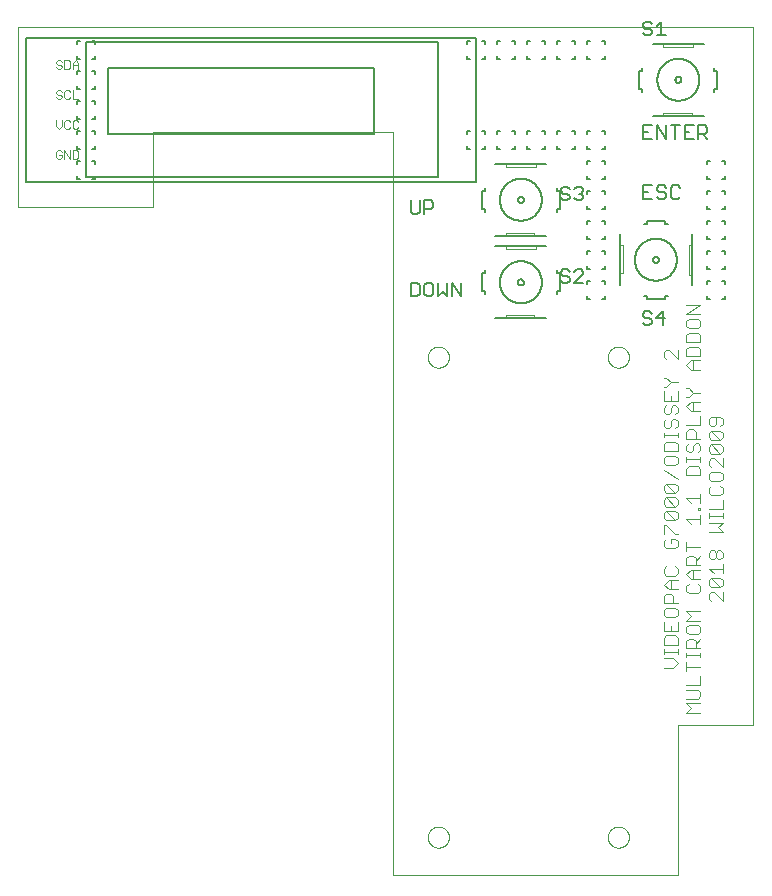
<source format=gto>
G75*
%MOIN*%
%OFA0B0*%
%FSLAX25Y25*%
%IPPOS*%
%LPD*%
%AMOC8*
5,1,8,0,0,1.08239X$1,22.5*
%
%ADD10C,0.00400*%
%ADD11C,0.00000*%
%ADD12C,0.00500*%
%ADD13C,0.00200*%
%ADD14C,0.00600*%
D10*
X0216996Y0070787D02*
X0220065Y0070787D01*
X0221600Y0072322D01*
X0220065Y0073857D01*
X0216996Y0073857D01*
X0216996Y0075391D02*
X0216996Y0076926D01*
X0216996Y0076159D02*
X0221600Y0076159D01*
X0221600Y0076926D02*
X0221600Y0075391D01*
X0224496Y0075008D02*
X0229100Y0075008D01*
X0229100Y0075775D02*
X0229100Y0074240D01*
X0229100Y0071171D02*
X0224496Y0071171D01*
X0224496Y0069636D02*
X0224496Y0072706D01*
X0224496Y0074240D02*
X0224496Y0075775D01*
X0224496Y0077310D02*
X0224496Y0079612D01*
X0225263Y0080379D01*
X0226798Y0080379D01*
X0227565Y0079612D01*
X0227565Y0077310D01*
X0227565Y0078844D02*
X0229100Y0080379D01*
X0228333Y0081914D02*
X0229100Y0082681D01*
X0229100Y0084216D01*
X0228333Y0084983D01*
X0225263Y0084983D01*
X0224496Y0084216D01*
X0224496Y0082681D01*
X0225263Y0081914D01*
X0228333Y0081914D01*
X0229100Y0086517D02*
X0224496Y0086517D01*
X0226031Y0088052D01*
X0224496Y0089587D01*
X0229100Y0089587D01*
X0232763Y0093040D02*
X0231996Y0093807D01*
X0231996Y0095342D01*
X0232763Y0096109D01*
X0233531Y0096109D01*
X0236600Y0093040D01*
X0236600Y0096109D01*
X0235833Y0097644D02*
X0236600Y0098411D01*
X0236600Y0099946D01*
X0235833Y0100713D01*
X0232763Y0100713D01*
X0235833Y0097644D01*
X0232763Y0097644D01*
X0231996Y0098411D01*
X0231996Y0099946D01*
X0232763Y0100713D01*
X0233531Y0102248D02*
X0231996Y0103782D01*
X0236600Y0103782D01*
X0236600Y0102248D02*
X0236600Y0105317D01*
X0235833Y0106852D02*
X0236600Y0107619D01*
X0236600Y0109154D01*
X0235833Y0109921D01*
X0235065Y0109921D01*
X0234298Y0109154D01*
X0234298Y0107619D01*
X0233531Y0106852D01*
X0232763Y0106852D01*
X0231996Y0107619D01*
X0231996Y0109154D01*
X0232763Y0109921D01*
X0233531Y0109921D01*
X0234298Y0109154D01*
X0234298Y0107619D02*
X0235065Y0106852D01*
X0235833Y0106852D01*
X0229100Y0108002D02*
X0227565Y0106468D01*
X0227565Y0107235D02*
X0227565Y0104933D01*
X0229100Y0104933D02*
X0224496Y0104933D01*
X0224496Y0107235D01*
X0225263Y0108002D01*
X0226798Y0108002D01*
X0227565Y0107235D01*
X0224496Y0109537D02*
X0224496Y0112606D01*
X0224496Y0111072D02*
X0229100Y0111072D01*
X0231996Y0116059D02*
X0236600Y0116059D01*
X0235065Y0117594D01*
X0236600Y0119129D01*
X0231996Y0119129D01*
X0231996Y0120663D02*
X0231996Y0122198D01*
X0231996Y0121431D02*
X0236600Y0121431D01*
X0236600Y0122198D02*
X0236600Y0120663D01*
X0236600Y0123733D02*
X0236600Y0126802D01*
X0235833Y0128337D02*
X0236600Y0129104D01*
X0236600Y0130638D01*
X0235833Y0131406D01*
X0235833Y0132940D02*
X0232763Y0132940D01*
X0231996Y0133708D01*
X0231996Y0135242D01*
X0232763Y0136010D01*
X0235833Y0136010D01*
X0236600Y0135242D01*
X0236600Y0133708D01*
X0235833Y0132940D01*
X0232763Y0131406D02*
X0231996Y0130638D01*
X0231996Y0129104D01*
X0232763Y0128337D01*
X0235833Y0128337D01*
X0236600Y0123733D02*
X0231996Y0123733D01*
X0229100Y0124116D02*
X0229100Y0123349D01*
X0228333Y0123349D01*
X0228333Y0124116D01*
X0229100Y0124116D01*
X0229100Y0125651D02*
X0229100Y0128720D01*
X0229100Y0127185D02*
X0224496Y0127185D01*
X0226031Y0125651D01*
X0221600Y0125267D02*
X0220833Y0124500D01*
X0217763Y0127569D01*
X0220833Y0127569D01*
X0221600Y0126802D01*
X0221600Y0125267D01*
X0220833Y0124500D02*
X0217763Y0124500D01*
X0216996Y0125267D01*
X0216996Y0126802D01*
X0217763Y0127569D01*
X0217763Y0129104D02*
X0216996Y0129871D01*
X0216996Y0131406D01*
X0217763Y0132173D01*
X0220833Y0129104D01*
X0221600Y0129871D01*
X0221600Y0131406D01*
X0220833Y0132173D01*
X0217763Y0132173D01*
X0217763Y0129104D02*
X0220833Y0129104D01*
X0221600Y0133708D02*
X0216996Y0136777D01*
X0217763Y0138312D02*
X0220833Y0138312D01*
X0221600Y0139079D01*
X0221600Y0140614D01*
X0220833Y0141381D01*
X0217763Y0141381D01*
X0216996Y0140614D01*
X0216996Y0139079D01*
X0217763Y0138312D01*
X0216996Y0142916D02*
X0216996Y0145218D01*
X0217763Y0145985D01*
X0220833Y0145985D01*
X0221600Y0145218D01*
X0221600Y0142916D01*
X0216996Y0142916D01*
X0216996Y0147520D02*
X0216996Y0149054D01*
X0216996Y0148287D02*
X0221600Y0148287D01*
X0221600Y0147520D02*
X0221600Y0149054D01*
X0220833Y0150589D02*
X0221600Y0151356D01*
X0221600Y0152891D01*
X0220833Y0153658D01*
X0220065Y0153658D01*
X0219298Y0152891D01*
X0219298Y0151356D01*
X0218531Y0150589D01*
X0217763Y0150589D01*
X0216996Y0151356D01*
X0216996Y0152891D01*
X0217763Y0153658D01*
X0217763Y0155193D02*
X0218531Y0155193D01*
X0219298Y0155960D01*
X0219298Y0157495D01*
X0220065Y0158262D01*
X0220833Y0158262D01*
X0221600Y0157495D01*
X0221600Y0155960D01*
X0220833Y0155193D01*
X0217763Y0155193D02*
X0216996Y0155960D01*
X0216996Y0157495D01*
X0217763Y0158262D01*
X0216996Y0159797D02*
X0221600Y0159797D01*
X0221600Y0162866D01*
X0219298Y0161331D02*
X0219298Y0159797D01*
X0216996Y0159797D02*
X0216996Y0162866D01*
X0216996Y0164401D02*
X0217763Y0164401D01*
X0219298Y0165935D01*
X0221600Y0165935D01*
X0219298Y0165935D02*
X0217763Y0167470D01*
X0216996Y0167470D01*
X0217763Y0173608D02*
X0216996Y0174376D01*
X0216996Y0175910D01*
X0217763Y0176678D01*
X0218531Y0176678D01*
X0221600Y0173608D01*
X0221600Y0176678D01*
X0224496Y0177061D02*
X0224496Y0174759D01*
X0229100Y0174759D01*
X0229100Y0177061D01*
X0228333Y0177829D01*
X0225263Y0177829D01*
X0224496Y0177061D01*
X0224496Y0179363D02*
X0224496Y0181665D01*
X0225263Y0182433D01*
X0228333Y0182433D01*
X0229100Y0181665D01*
X0229100Y0179363D01*
X0224496Y0179363D01*
X0225263Y0183967D02*
X0228333Y0183967D01*
X0229100Y0184735D01*
X0229100Y0186269D01*
X0228333Y0187036D01*
X0225263Y0187036D01*
X0224496Y0186269D01*
X0224496Y0184735D01*
X0225263Y0183967D01*
X0224496Y0188571D02*
X0229100Y0191640D01*
X0224496Y0191640D01*
X0224496Y0188571D02*
X0229100Y0188571D01*
X0229100Y0173225D02*
X0226031Y0173225D01*
X0224496Y0171690D01*
X0226031Y0170155D01*
X0229100Y0170155D01*
X0226798Y0170155D02*
X0226798Y0173225D01*
X0225263Y0164017D02*
X0224496Y0164017D01*
X0225263Y0164017D02*
X0226798Y0162482D01*
X0229100Y0162482D01*
X0226798Y0162482D02*
X0225263Y0160948D01*
X0224496Y0160948D01*
X0226031Y0159413D02*
X0229100Y0159413D01*
X0226798Y0159413D02*
X0226798Y0156344D01*
X0226031Y0156344D02*
X0224496Y0157878D01*
X0226031Y0159413D01*
X0226031Y0156344D02*
X0229100Y0156344D01*
X0229100Y0154809D02*
X0229100Y0151740D01*
X0224496Y0151740D01*
X0225263Y0150205D02*
X0226798Y0150205D01*
X0227565Y0149438D01*
X0227565Y0147136D01*
X0227565Y0145601D02*
X0228333Y0145601D01*
X0229100Y0144834D01*
X0229100Y0143299D01*
X0228333Y0142532D01*
X0229100Y0140997D02*
X0229100Y0139463D01*
X0229100Y0140230D02*
X0224496Y0140230D01*
X0224496Y0139463D02*
X0224496Y0140997D01*
X0225263Y0142532D02*
X0226031Y0142532D01*
X0226798Y0143299D01*
X0226798Y0144834D01*
X0227565Y0145601D01*
X0229100Y0147136D02*
X0224496Y0147136D01*
X0224496Y0149438D01*
X0225263Y0150205D01*
X0225263Y0145601D02*
X0224496Y0144834D01*
X0224496Y0143299D01*
X0225263Y0142532D01*
X0225263Y0137928D02*
X0224496Y0137161D01*
X0224496Y0134859D01*
X0229100Y0134859D01*
X0229100Y0137161D01*
X0228333Y0137928D01*
X0225263Y0137928D01*
X0231996Y0138312D02*
X0232763Y0137544D01*
X0231996Y0138312D02*
X0231996Y0139846D01*
X0232763Y0140614D01*
X0233531Y0140614D01*
X0236600Y0137544D01*
X0236600Y0140614D01*
X0235833Y0142148D02*
X0232763Y0145218D01*
X0235833Y0145218D01*
X0236600Y0144450D01*
X0236600Y0142916D01*
X0235833Y0142148D01*
X0232763Y0142148D01*
X0231996Y0142916D01*
X0231996Y0144450D01*
X0232763Y0145218D01*
X0232763Y0146752D02*
X0231996Y0147520D01*
X0231996Y0149054D01*
X0232763Y0149822D01*
X0235833Y0146752D01*
X0236600Y0147520D01*
X0236600Y0149054D01*
X0235833Y0149822D01*
X0232763Y0149822D01*
X0232763Y0151356D02*
X0233531Y0151356D01*
X0234298Y0152123D01*
X0234298Y0154425D01*
X0235833Y0154425D02*
X0232763Y0154425D01*
X0231996Y0153658D01*
X0231996Y0152123D01*
X0232763Y0151356D01*
X0235833Y0151356D02*
X0236600Y0152123D01*
X0236600Y0153658D01*
X0235833Y0154425D01*
X0235833Y0146752D02*
X0232763Y0146752D01*
X0229100Y0121814D02*
X0229100Y0118745D01*
X0229100Y0120280D02*
X0224496Y0120280D01*
X0226031Y0118745D01*
X0221600Y0120663D02*
X0221600Y0122198D01*
X0220833Y0122965D01*
X0217763Y0122965D01*
X0220833Y0119896D01*
X0221600Y0120663D01*
X0220833Y0119896D02*
X0217763Y0119896D01*
X0216996Y0120663D01*
X0216996Y0122198D01*
X0217763Y0122965D01*
X0217763Y0118361D02*
X0220833Y0115292D01*
X0221600Y0115292D01*
X0220833Y0113757D02*
X0221600Y0112990D01*
X0221600Y0111455D01*
X0220833Y0110688D01*
X0217763Y0110688D01*
X0216996Y0111455D01*
X0216996Y0112990D01*
X0217763Y0113757D01*
X0219298Y0113757D02*
X0219298Y0112223D01*
X0219298Y0113757D02*
X0220833Y0113757D01*
X0216996Y0115292D02*
X0216996Y0118361D01*
X0217763Y0118361D01*
X0217763Y0104550D02*
X0216996Y0103782D01*
X0216996Y0102248D01*
X0217763Y0101480D01*
X0220833Y0101480D01*
X0221600Y0102248D01*
X0221600Y0103782D01*
X0220833Y0104550D01*
X0224496Y0101864D02*
X0226031Y0100329D01*
X0229100Y0100329D01*
X0228333Y0098795D02*
X0229100Y0098027D01*
X0229100Y0096493D01*
X0228333Y0095725D01*
X0225263Y0095725D01*
X0224496Y0096493D01*
X0224496Y0098027D01*
X0225263Y0098795D01*
X0226798Y0100329D02*
X0226798Y0103399D01*
X0226031Y0103399D02*
X0229100Y0103399D01*
X0226031Y0103399D02*
X0224496Y0101864D01*
X0221600Y0099946D02*
X0218531Y0099946D01*
X0216996Y0098411D01*
X0218531Y0096876D01*
X0221600Y0096876D01*
X0219298Y0096876D02*
X0219298Y0099946D01*
X0219298Y0095342D02*
X0217763Y0095342D01*
X0216996Y0094574D01*
X0216996Y0092272D01*
X0221600Y0092272D01*
X0220065Y0092272D02*
X0220065Y0094574D01*
X0219298Y0095342D01*
X0217763Y0090738D02*
X0216996Y0089970D01*
X0216996Y0088436D01*
X0217763Y0087668D01*
X0220833Y0087668D01*
X0221600Y0088436D01*
X0221600Y0089970D01*
X0220833Y0090738D01*
X0217763Y0090738D01*
X0216996Y0086134D02*
X0216996Y0083065D01*
X0221600Y0083065D01*
X0221600Y0086134D01*
X0219298Y0084599D02*
X0219298Y0083065D01*
X0220833Y0081530D02*
X0217763Y0081530D01*
X0216996Y0080763D01*
X0216996Y0078461D01*
X0221600Y0078461D01*
X0221600Y0080763D01*
X0220833Y0081530D01*
X0224496Y0077310D02*
X0229100Y0077310D01*
X0229100Y0068102D02*
X0229100Y0065032D01*
X0224496Y0065032D01*
X0224496Y0063498D02*
X0228333Y0063498D01*
X0229100Y0062731D01*
X0229100Y0061196D01*
X0228333Y0060429D01*
X0224496Y0060429D01*
X0224496Y0058894D02*
X0229100Y0058894D01*
X0229100Y0055825D02*
X0224496Y0055825D01*
X0226031Y0057359D01*
X0224496Y0058894D01*
D11*
X0126800Y0001800D02*
X0126800Y0249300D01*
X0046800Y0249300D01*
X0046800Y0224300D01*
X0001800Y0224300D01*
X0001800Y0284300D01*
X0246800Y0284300D01*
X0246800Y0051800D01*
X0221800Y0051800D01*
X0221800Y0001800D01*
X0126800Y0001800D01*
X0138300Y0014300D02*
X0138302Y0014418D01*
X0138308Y0014536D01*
X0138318Y0014654D01*
X0138332Y0014771D01*
X0138350Y0014888D01*
X0138372Y0015005D01*
X0138397Y0015120D01*
X0138427Y0015234D01*
X0138461Y0015348D01*
X0138498Y0015460D01*
X0138539Y0015571D01*
X0138584Y0015680D01*
X0138632Y0015788D01*
X0138684Y0015894D01*
X0138740Y0015999D01*
X0138799Y0016101D01*
X0138861Y0016201D01*
X0138927Y0016299D01*
X0138996Y0016395D01*
X0139069Y0016489D01*
X0139144Y0016580D01*
X0139223Y0016668D01*
X0139304Y0016754D01*
X0139389Y0016837D01*
X0139476Y0016917D01*
X0139565Y0016994D01*
X0139658Y0017068D01*
X0139752Y0017138D01*
X0139849Y0017206D01*
X0139949Y0017270D01*
X0140050Y0017331D01*
X0140153Y0017388D01*
X0140259Y0017442D01*
X0140366Y0017493D01*
X0140474Y0017539D01*
X0140584Y0017582D01*
X0140696Y0017621D01*
X0140809Y0017657D01*
X0140923Y0017688D01*
X0141038Y0017716D01*
X0141153Y0017740D01*
X0141270Y0017760D01*
X0141387Y0017776D01*
X0141505Y0017788D01*
X0141623Y0017796D01*
X0141741Y0017800D01*
X0141859Y0017800D01*
X0141977Y0017796D01*
X0142095Y0017788D01*
X0142213Y0017776D01*
X0142330Y0017760D01*
X0142447Y0017740D01*
X0142562Y0017716D01*
X0142677Y0017688D01*
X0142791Y0017657D01*
X0142904Y0017621D01*
X0143016Y0017582D01*
X0143126Y0017539D01*
X0143234Y0017493D01*
X0143341Y0017442D01*
X0143447Y0017388D01*
X0143550Y0017331D01*
X0143651Y0017270D01*
X0143751Y0017206D01*
X0143848Y0017138D01*
X0143942Y0017068D01*
X0144035Y0016994D01*
X0144124Y0016917D01*
X0144211Y0016837D01*
X0144296Y0016754D01*
X0144377Y0016668D01*
X0144456Y0016580D01*
X0144531Y0016489D01*
X0144604Y0016395D01*
X0144673Y0016299D01*
X0144739Y0016201D01*
X0144801Y0016101D01*
X0144860Y0015999D01*
X0144916Y0015894D01*
X0144968Y0015788D01*
X0145016Y0015680D01*
X0145061Y0015571D01*
X0145102Y0015460D01*
X0145139Y0015348D01*
X0145173Y0015234D01*
X0145203Y0015120D01*
X0145228Y0015005D01*
X0145250Y0014888D01*
X0145268Y0014771D01*
X0145282Y0014654D01*
X0145292Y0014536D01*
X0145298Y0014418D01*
X0145300Y0014300D01*
X0145298Y0014182D01*
X0145292Y0014064D01*
X0145282Y0013946D01*
X0145268Y0013829D01*
X0145250Y0013712D01*
X0145228Y0013595D01*
X0145203Y0013480D01*
X0145173Y0013366D01*
X0145139Y0013252D01*
X0145102Y0013140D01*
X0145061Y0013029D01*
X0145016Y0012920D01*
X0144968Y0012812D01*
X0144916Y0012706D01*
X0144860Y0012601D01*
X0144801Y0012499D01*
X0144739Y0012399D01*
X0144673Y0012301D01*
X0144604Y0012205D01*
X0144531Y0012111D01*
X0144456Y0012020D01*
X0144377Y0011932D01*
X0144296Y0011846D01*
X0144211Y0011763D01*
X0144124Y0011683D01*
X0144035Y0011606D01*
X0143942Y0011532D01*
X0143848Y0011462D01*
X0143751Y0011394D01*
X0143651Y0011330D01*
X0143550Y0011269D01*
X0143447Y0011212D01*
X0143341Y0011158D01*
X0143234Y0011107D01*
X0143126Y0011061D01*
X0143016Y0011018D01*
X0142904Y0010979D01*
X0142791Y0010943D01*
X0142677Y0010912D01*
X0142562Y0010884D01*
X0142447Y0010860D01*
X0142330Y0010840D01*
X0142213Y0010824D01*
X0142095Y0010812D01*
X0141977Y0010804D01*
X0141859Y0010800D01*
X0141741Y0010800D01*
X0141623Y0010804D01*
X0141505Y0010812D01*
X0141387Y0010824D01*
X0141270Y0010840D01*
X0141153Y0010860D01*
X0141038Y0010884D01*
X0140923Y0010912D01*
X0140809Y0010943D01*
X0140696Y0010979D01*
X0140584Y0011018D01*
X0140474Y0011061D01*
X0140366Y0011107D01*
X0140259Y0011158D01*
X0140153Y0011212D01*
X0140050Y0011269D01*
X0139949Y0011330D01*
X0139849Y0011394D01*
X0139752Y0011462D01*
X0139658Y0011532D01*
X0139565Y0011606D01*
X0139476Y0011683D01*
X0139389Y0011763D01*
X0139304Y0011846D01*
X0139223Y0011932D01*
X0139144Y0012020D01*
X0139069Y0012111D01*
X0138996Y0012205D01*
X0138927Y0012301D01*
X0138861Y0012399D01*
X0138799Y0012499D01*
X0138740Y0012601D01*
X0138684Y0012706D01*
X0138632Y0012812D01*
X0138584Y0012920D01*
X0138539Y0013029D01*
X0138498Y0013140D01*
X0138461Y0013252D01*
X0138427Y0013366D01*
X0138397Y0013480D01*
X0138372Y0013595D01*
X0138350Y0013712D01*
X0138332Y0013829D01*
X0138318Y0013946D01*
X0138308Y0014064D01*
X0138302Y0014182D01*
X0138300Y0014300D01*
X0198300Y0014300D02*
X0198302Y0014418D01*
X0198308Y0014536D01*
X0198318Y0014654D01*
X0198332Y0014771D01*
X0198350Y0014888D01*
X0198372Y0015005D01*
X0198397Y0015120D01*
X0198427Y0015234D01*
X0198461Y0015348D01*
X0198498Y0015460D01*
X0198539Y0015571D01*
X0198584Y0015680D01*
X0198632Y0015788D01*
X0198684Y0015894D01*
X0198740Y0015999D01*
X0198799Y0016101D01*
X0198861Y0016201D01*
X0198927Y0016299D01*
X0198996Y0016395D01*
X0199069Y0016489D01*
X0199144Y0016580D01*
X0199223Y0016668D01*
X0199304Y0016754D01*
X0199389Y0016837D01*
X0199476Y0016917D01*
X0199565Y0016994D01*
X0199658Y0017068D01*
X0199752Y0017138D01*
X0199849Y0017206D01*
X0199949Y0017270D01*
X0200050Y0017331D01*
X0200153Y0017388D01*
X0200259Y0017442D01*
X0200366Y0017493D01*
X0200474Y0017539D01*
X0200584Y0017582D01*
X0200696Y0017621D01*
X0200809Y0017657D01*
X0200923Y0017688D01*
X0201038Y0017716D01*
X0201153Y0017740D01*
X0201270Y0017760D01*
X0201387Y0017776D01*
X0201505Y0017788D01*
X0201623Y0017796D01*
X0201741Y0017800D01*
X0201859Y0017800D01*
X0201977Y0017796D01*
X0202095Y0017788D01*
X0202213Y0017776D01*
X0202330Y0017760D01*
X0202447Y0017740D01*
X0202562Y0017716D01*
X0202677Y0017688D01*
X0202791Y0017657D01*
X0202904Y0017621D01*
X0203016Y0017582D01*
X0203126Y0017539D01*
X0203234Y0017493D01*
X0203341Y0017442D01*
X0203447Y0017388D01*
X0203550Y0017331D01*
X0203651Y0017270D01*
X0203751Y0017206D01*
X0203848Y0017138D01*
X0203942Y0017068D01*
X0204035Y0016994D01*
X0204124Y0016917D01*
X0204211Y0016837D01*
X0204296Y0016754D01*
X0204377Y0016668D01*
X0204456Y0016580D01*
X0204531Y0016489D01*
X0204604Y0016395D01*
X0204673Y0016299D01*
X0204739Y0016201D01*
X0204801Y0016101D01*
X0204860Y0015999D01*
X0204916Y0015894D01*
X0204968Y0015788D01*
X0205016Y0015680D01*
X0205061Y0015571D01*
X0205102Y0015460D01*
X0205139Y0015348D01*
X0205173Y0015234D01*
X0205203Y0015120D01*
X0205228Y0015005D01*
X0205250Y0014888D01*
X0205268Y0014771D01*
X0205282Y0014654D01*
X0205292Y0014536D01*
X0205298Y0014418D01*
X0205300Y0014300D01*
X0205298Y0014182D01*
X0205292Y0014064D01*
X0205282Y0013946D01*
X0205268Y0013829D01*
X0205250Y0013712D01*
X0205228Y0013595D01*
X0205203Y0013480D01*
X0205173Y0013366D01*
X0205139Y0013252D01*
X0205102Y0013140D01*
X0205061Y0013029D01*
X0205016Y0012920D01*
X0204968Y0012812D01*
X0204916Y0012706D01*
X0204860Y0012601D01*
X0204801Y0012499D01*
X0204739Y0012399D01*
X0204673Y0012301D01*
X0204604Y0012205D01*
X0204531Y0012111D01*
X0204456Y0012020D01*
X0204377Y0011932D01*
X0204296Y0011846D01*
X0204211Y0011763D01*
X0204124Y0011683D01*
X0204035Y0011606D01*
X0203942Y0011532D01*
X0203848Y0011462D01*
X0203751Y0011394D01*
X0203651Y0011330D01*
X0203550Y0011269D01*
X0203447Y0011212D01*
X0203341Y0011158D01*
X0203234Y0011107D01*
X0203126Y0011061D01*
X0203016Y0011018D01*
X0202904Y0010979D01*
X0202791Y0010943D01*
X0202677Y0010912D01*
X0202562Y0010884D01*
X0202447Y0010860D01*
X0202330Y0010840D01*
X0202213Y0010824D01*
X0202095Y0010812D01*
X0201977Y0010804D01*
X0201859Y0010800D01*
X0201741Y0010800D01*
X0201623Y0010804D01*
X0201505Y0010812D01*
X0201387Y0010824D01*
X0201270Y0010840D01*
X0201153Y0010860D01*
X0201038Y0010884D01*
X0200923Y0010912D01*
X0200809Y0010943D01*
X0200696Y0010979D01*
X0200584Y0011018D01*
X0200474Y0011061D01*
X0200366Y0011107D01*
X0200259Y0011158D01*
X0200153Y0011212D01*
X0200050Y0011269D01*
X0199949Y0011330D01*
X0199849Y0011394D01*
X0199752Y0011462D01*
X0199658Y0011532D01*
X0199565Y0011606D01*
X0199476Y0011683D01*
X0199389Y0011763D01*
X0199304Y0011846D01*
X0199223Y0011932D01*
X0199144Y0012020D01*
X0199069Y0012111D01*
X0198996Y0012205D01*
X0198927Y0012301D01*
X0198861Y0012399D01*
X0198799Y0012499D01*
X0198740Y0012601D01*
X0198684Y0012706D01*
X0198632Y0012812D01*
X0198584Y0012920D01*
X0198539Y0013029D01*
X0198498Y0013140D01*
X0198461Y0013252D01*
X0198427Y0013366D01*
X0198397Y0013480D01*
X0198372Y0013595D01*
X0198350Y0013712D01*
X0198332Y0013829D01*
X0198318Y0013946D01*
X0198308Y0014064D01*
X0198302Y0014182D01*
X0198300Y0014300D01*
X0198300Y0174300D02*
X0198302Y0174418D01*
X0198308Y0174536D01*
X0198318Y0174654D01*
X0198332Y0174771D01*
X0198350Y0174888D01*
X0198372Y0175005D01*
X0198397Y0175120D01*
X0198427Y0175234D01*
X0198461Y0175348D01*
X0198498Y0175460D01*
X0198539Y0175571D01*
X0198584Y0175680D01*
X0198632Y0175788D01*
X0198684Y0175894D01*
X0198740Y0175999D01*
X0198799Y0176101D01*
X0198861Y0176201D01*
X0198927Y0176299D01*
X0198996Y0176395D01*
X0199069Y0176489D01*
X0199144Y0176580D01*
X0199223Y0176668D01*
X0199304Y0176754D01*
X0199389Y0176837D01*
X0199476Y0176917D01*
X0199565Y0176994D01*
X0199658Y0177068D01*
X0199752Y0177138D01*
X0199849Y0177206D01*
X0199949Y0177270D01*
X0200050Y0177331D01*
X0200153Y0177388D01*
X0200259Y0177442D01*
X0200366Y0177493D01*
X0200474Y0177539D01*
X0200584Y0177582D01*
X0200696Y0177621D01*
X0200809Y0177657D01*
X0200923Y0177688D01*
X0201038Y0177716D01*
X0201153Y0177740D01*
X0201270Y0177760D01*
X0201387Y0177776D01*
X0201505Y0177788D01*
X0201623Y0177796D01*
X0201741Y0177800D01*
X0201859Y0177800D01*
X0201977Y0177796D01*
X0202095Y0177788D01*
X0202213Y0177776D01*
X0202330Y0177760D01*
X0202447Y0177740D01*
X0202562Y0177716D01*
X0202677Y0177688D01*
X0202791Y0177657D01*
X0202904Y0177621D01*
X0203016Y0177582D01*
X0203126Y0177539D01*
X0203234Y0177493D01*
X0203341Y0177442D01*
X0203447Y0177388D01*
X0203550Y0177331D01*
X0203651Y0177270D01*
X0203751Y0177206D01*
X0203848Y0177138D01*
X0203942Y0177068D01*
X0204035Y0176994D01*
X0204124Y0176917D01*
X0204211Y0176837D01*
X0204296Y0176754D01*
X0204377Y0176668D01*
X0204456Y0176580D01*
X0204531Y0176489D01*
X0204604Y0176395D01*
X0204673Y0176299D01*
X0204739Y0176201D01*
X0204801Y0176101D01*
X0204860Y0175999D01*
X0204916Y0175894D01*
X0204968Y0175788D01*
X0205016Y0175680D01*
X0205061Y0175571D01*
X0205102Y0175460D01*
X0205139Y0175348D01*
X0205173Y0175234D01*
X0205203Y0175120D01*
X0205228Y0175005D01*
X0205250Y0174888D01*
X0205268Y0174771D01*
X0205282Y0174654D01*
X0205292Y0174536D01*
X0205298Y0174418D01*
X0205300Y0174300D01*
X0205298Y0174182D01*
X0205292Y0174064D01*
X0205282Y0173946D01*
X0205268Y0173829D01*
X0205250Y0173712D01*
X0205228Y0173595D01*
X0205203Y0173480D01*
X0205173Y0173366D01*
X0205139Y0173252D01*
X0205102Y0173140D01*
X0205061Y0173029D01*
X0205016Y0172920D01*
X0204968Y0172812D01*
X0204916Y0172706D01*
X0204860Y0172601D01*
X0204801Y0172499D01*
X0204739Y0172399D01*
X0204673Y0172301D01*
X0204604Y0172205D01*
X0204531Y0172111D01*
X0204456Y0172020D01*
X0204377Y0171932D01*
X0204296Y0171846D01*
X0204211Y0171763D01*
X0204124Y0171683D01*
X0204035Y0171606D01*
X0203942Y0171532D01*
X0203848Y0171462D01*
X0203751Y0171394D01*
X0203651Y0171330D01*
X0203550Y0171269D01*
X0203447Y0171212D01*
X0203341Y0171158D01*
X0203234Y0171107D01*
X0203126Y0171061D01*
X0203016Y0171018D01*
X0202904Y0170979D01*
X0202791Y0170943D01*
X0202677Y0170912D01*
X0202562Y0170884D01*
X0202447Y0170860D01*
X0202330Y0170840D01*
X0202213Y0170824D01*
X0202095Y0170812D01*
X0201977Y0170804D01*
X0201859Y0170800D01*
X0201741Y0170800D01*
X0201623Y0170804D01*
X0201505Y0170812D01*
X0201387Y0170824D01*
X0201270Y0170840D01*
X0201153Y0170860D01*
X0201038Y0170884D01*
X0200923Y0170912D01*
X0200809Y0170943D01*
X0200696Y0170979D01*
X0200584Y0171018D01*
X0200474Y0171061D01*
X0200366Y0171107D01*
X0200259Y0171158D01*
X0200153Y0171212D01*
X0200050Y0171269D01*
X0199949Y0171330D01*
X0199849Y0171394D01*
X0199752Y0171462D01*
X0199658Y0171532D01*
X0199565Y0171606D01*
X0199476Y0171683D01*
X0199389Y0171763D01*
X0199304Y0171846D01*
X0199223Y0171932D01*
X0199144Y0172020D01*
X0199069Y0172111D01*
X0198996Y0172205D01*
X0198927Y0172301D01*
X0198861Y0172399D01*
X0198799Y0172499D01*
X0198740Y0172601D01*
X0198684Y0172706D01*
X0198632Y0172812D01*
X0198584Y0172920D01*
X0198539Y0173029D01*
X0198498Y0173140D01*
X0198461Y0173252D01*
X0198427Y0173366D01*
X0198397Y0173480D01*
X0198372Y0173595D01*
X0198350Y0173712D01*
X0198332Y0173829D01*
X0198318Y0173946D01*
X0198308Y0174064D01*
X0198302Y0174182D01*
X0198300Y0174300D01*
X0138300Y0174300D02*
X0138302Y0174418D01*
X0138308Y0174536D01*
X0138318Y0174654D01*
X0138332Y0174771D01*
X0138350Y0174888D01*
X0138372Y0175005D01*
X0138397Y0175120D01*
X0138427Y0175234D01*
X0138461Y0175348D01*
X0138498Y0175460D01*
X0138539Y0175571D01*
X0138584Y0175680D01*
X0138632Y0175788D01*
X0138684Y0175894D01*
X0138740Y0175999D01*
X0138799Y0176101D01*
X0138861Y0176201D01*
X0138927Y0176299D01*
X0138996Y0176395D01*
X0139069Y0176489D01*
X0139144Y0176580D01*
X0139223Y0176668D01*
X0139304Y0176754D01*
X0139389Y0176837D01*
X0139476Y0176917D01*
X0139565Y0176994D01*
X0139658Y0177068D01*
X0139752Y0177138D01*
X0139849Y0177206D01*
X0139949Y0177270D01*
X0140050Y0177331D01*
X0140153Y0177388D01*
X0140259Y0177442D01*
X0140366Y0177493D01*
X0140474Y0177539D01*
X0140584Y0177582D01*
X0140696Y0177621D01*
X0140809Y0177657D01*
X0140923Y0177688D01*
X0141038Y0177716D01*
X0141153Y0177740D01*
X0141270Y0177760D01*
X0141387Y0177776D01*
X0141505Y0177788D01*
X0141623Y0177796D01*
X0141741Y0177800D01*
X0141859Y0177800D01*
X0141977Y0177796D01*
X0142095Y0177788D01*
X0142213Y0177776D01*
X0142330Y0177760D01*
X0142447Y0177740D01*
X0142562Y0177716D01*
X0142677Y0177688D01*
X0142791Y0177657D01*
X0142904Y0177621D01*
X0143016Y0177582D01*
X0143126Y0177539D01*
X0143234Y0177493D01*
X0143341Y0177442D01*
X0143447Y0177388D01*
X0143550Y0177331D01*
X0143651Y0177270D01*
X0143751Y0177206D01*
X0143848Y0177138D01*
X0143942Y0177068D01*
X0144035Y0176994D01*
X0144124Y0176917D01*
X0144211Y0176837D01*
X0144296Y0176754D01*
X0144377Y0176668D01*
X0144456Y0176580D01*
X0144531Y0176489D01*
X0144604Y0176395D01*
X0144673Y0176299D01*
X0144739Y0176201D01*
X0144801Y0176101D01*
X0144860Y0175999D01*
X0144916Y0175894D01*
X0144968Y0175788D01*
X0145016Y0175680D01*
X0145061Y0175571D01*
X0145102Y0175460D01*
X0145139Y0175348D01*
X0145173Y0175234D01*
X0145203Y0175120D01*
X0145228Y0175005D01*
X0145250Y0174888D01*
X0145268Y0174771D01*
X0145282Y0174654D01*
X0145292Y0174536D01*
X0145298Y0174418D01*
X0145300Y0174300D01*
X0145298Y0174182D01*
X0145292Y0174064D01*
X0145282Y0173946D01*
X0145268Y0173829D01*
X0145250Y0173712D01*
X0145228Y0173595D01*
X0145203Y0173480D01*
X0145173Y0173366D01*
X0145139Y0173252D01*
X0145102Y0173140D01*
X0145061Y0173029D01*
X0145016Y0172920D01*
X0144968Y0172812D01*
X0144916Y0172706D01*
X0144860Y0172601D01*
X0144801Y0172499D01*
X0144739Y0172399D01*
X0144673Y0172301D01*
X0144604Y0172205D01*
X0144531Y0172111D01*
X0144456Y0172020D01*
X0144377Y0171932D01*
X0144296Y0171846D01*
X0144211Y0171763D01*
X0144124Y0171683D01*
X0144035Y0171606D01*
X0143942Y0171532D01*
X0143848Y0171462D01*
X0143751Y0171394D01*
X0143651Y0171330D01*
X0143550Y0171269D01*
X0143447Y0171212D01*
X0143341Y0171158D01*
X0143234Y0171107D01*
X0143126Y0171061D01*
X0143016Y0171018D01*
X0142904Y0170979D01*
X0142791Y0170943D01*
X0142677Y0170912D01*
X0142562Y0170884D01*
X0142447Y0170860D01*
X0142330Y0170840D01*
X0142213Y0170824D01*
X0142095Y0170812D01*
X0141977Y0170804D01*
X0141859Y0170800D01*
X0141741Y0170800D01*
X0141623Y0170804D01*
X0141505Y0170812D01*
X0141387Y0170824D01*
X0141270Y0170840D01*
X0141153Y0170860D01*
X0141038Y0170884D01*
X0140923Y0170912D01*
X0140809Y0170943D01*
X0140696Y0170979D01*
X0140584Y0171018D01*
X0140474Y0171061D01*
X0140366Y0171107D01*
X0140259Y0171158D01*
X0140153Y0171212D01*
X0140050Y0171269D01*
X0139949Y0171330D01*
X0139849Y0171394D01*
X0139752Y0171462D01*
X0139658Y0171532D01*
X0139565Y0171606D01*
X0139476Y0171683D01*
X0139389Y0171763D01*
X0139304Y0171846D01*
X0139223Y0171932D01*
X0139144Y0172020D01*
X0139069Y0172111D01*
X0138996Y0172205D01*
X0138927Y0172301D01*
X0138861Y0172399D01*
X0138799Y0172499D01*
X0138740Y0172601D01*
X0138684Y0172706D01*
X0138632Y0172812D01*
X0138584Y0172920D01*
X0138539Y0173029D01*
X0138498Y0173140D01*
X0138461Y0173252D01*
X0138427Y0173366D01*
X0138397Y0173480D01*
X0138372Y0173595D01*
X0138350Y0173712D01*
X0138332Y0173829D01*
X0138318Y0173946D01*
X0138308Y0174064D01*
X0138302Y0174182D01*
X0138300Y0174300D01*
D12*
X0137905Y0194550D02*
X0139406Y0194550D01*
X0140156Y0195301D01*
X0140156Y0198303D01*
X0139406Y0199054D01*
X0137905Y0199054D01*
X0137154Y0198303D01*
X0137154Y0195301D01*
X0137905Y0194550D01*
X0135553Y0195301D02*
X0135553Y0198303D01*
X0134802Y0199054D01*
X0132550Y0199054D01*
X0132550Y0194550D01*
X0134802Y0194550D01*
X0135553Y0195301D01*
X0141758Y0194550D02*
X0143259Y0196051D01*
X0144760Y0194550D01*
X0144760Y0199054D01*
X0146362Y0199054D02*
X0149364Y0194550D01*
X0149364Y0199054D01*
X0146362Y0199054D02*
X0146362Y0194550D01*
X0141758Y0194550D02*
X0141758Y0199054D01*
X0137154Y0222050D02*
X0137154Y0226554D01*
X0139406Y0226554D01*
X0140156Y0225803D01*
X0140156Y0224302D01*
X0139406Y0223551D01*
X0137154Y0223551D01*
X0135553Y0222801D02*
X0134802Y0222050D01*
X0133301Y0222050D01*
X0132550Y0222801D01*
X0132550Y0226554D01*
X0135553Y0226554D02*
X0135553Y0222801D01*
X0141800Y0234300D02*
X0024300Y0234300D01*
X0024300Y0279300D01*
X0141800Y0279300D01*
X0141800Y0234300D01*
X0154300Y0232800D02*
X0004300Y0232800D01*
X0004300Y0280800D01*
X0154300Y0280800D01*
X0154300Y0232800D01*
X0182550Y0230303D02*
X0182550Y0229553D01*
X0183301Y0228802D01*
X0184802Y0228802D01*
X0185553Y0228051D01*
X0185553Y0227301D01*
X0184802Y0226550D01*
X0183301Y0226550D01*
X0182550Y0227301D01*
X0182550Y0230303D02*
X0183301Y0231054D01*
X0184802Y0231054D01*
X0185553Y0230303D01*
X0187154Y0230303D02*
X0187905Y0231054D01*
X0189406Y0231054D01*
X0190156Y0230303D01*
X0190156Y0229553D01*
X0189406Y0228802D01*
X0190156Y0228051D01*
X0190156Y0227301D01*
X0189406Y0226550D01*
X0187905Y0226550D01*
X0187154Y0227301D01*
X0188655Y0228802D02*
X0189406Y0228802D01*
X0210050Y0229302D02*
X0211551Y0229302D01*
X0210050Y0231554D02*
X0210050Y0227050D01*
X0213053Y0227050D01*
X0214654Y0227801D02*
X0215405Y0227050D01*
X0216906Y0227050D01*
X0217656Y0227801D01*
X0217656Y0228551D01*
X0216906Y0229302D01*
X0215405Y0229302D01*
X0214654Y0230053D01*
X0214654Y0230803D01*
X0215405Y0231554D01*
X0216906Y0231554D01*
X0217656Y0230803D01*
X0219258Y0230803D02*
X0219258Y0227801D01*
X0220008Y0227050D01*
X0221510Y0227050D01*
X0222260Y0227801D01*
X0222260Y0230803D02*
X0221510Y0231554D01*
X0220008Y0231554D01*
X0219258Y0230803D01*
X0213053Y0231554D02*
X0210050Y0231554D01*
X0210050Y0247050D02*
X0213053Y0247050D01*
X0214654Y0247050D02*
X0214654Y0251554D01*
X0217656Y0247050D01*
X0217656Y0251554D01*
X0219258Y0251554D02*
X0222260Y0251554D01*
X0220759Y0251554D02*
X0220759Y0247050D01*
X0223862Y0247050D02*
X0223862Y0251554D01*
X0226864Y0251554D01*
X0228466Y0251554D02*
X0230718Y0251554D01*
X0231468Y0250803D01*
X0231468Y0249302D01*
X0230718Y0248551D01*
X0228466Y0248551D01*
X0229967Y0248551D02*
X0231468Y0247050D01*
X0228466Y0247050D02*
X0228466Y0251554D01*
X0225363Y0249302D02*
X0223862Y0249302D01*
X0223862Y0247050D02*
X0226864Y0247050D01*
X0213053Y0251554D02*
X0210050Y0251554D01*
X0210050Y0247050D01*
X0210050Y0249302D02*
X0211551Y0249302D01*
X0210801Y0281550D02*
X0210050Y0282301D01*
X0210801Y0281550D02*
X0212302Y0281550D01*
X0213053Y0282301D01*
X0213053Y0283051D01*
X0212302Y0283802D01*
X0210801Y0283802D01*
X0210050Y0284553D01*
X0210050Y0285303D01*
X0210801Y0286054D01*
X0212302Y0286054D01*
X0213053Y0285303D01*
X0214654Y0284553D02*
X0216155Y0286054D01*
X0216155Y0281550D01*
X0214654Y0281550D02*
X0217656Y0281550D01*
X0189406Y0203554D02*
X0187905Y0203554D01*
X0187154Y0202803D01*
X0185553Y0202803D02*
X0184802Y0203554D01*
X0183301Y0203554D01*
X0182550Y0202803D01*
X0182550Y0202053D01*
X0183301Y0201302D01*
X0184802Y0201302D01*
X0185553Y0200551D01*
X0185553Y0199801D01*
X0184802Y0199050D01*
X0183301Y0199050D01*
X0182550Y0199801D01*
X0187154Y0199050D02*
X0190156Y0202053D01*
X0190156Y0202803D01*
X0189406Y0203554D01*
X0190156Y0199050D02*
X0187154Y0199050D01*
X0209842Y0188803D02*
X0209842Y0188053D01*
X0210593Y0187302D01*
X0212094Y0187302D01*
X0212845Y0186551D01*
X0212845Y0185801D01*
X0212094Y0185050D01*
X0210593Y0185050D01*
X0209842Y0185801D01*
X0209842Y0188803D02*
X0210593Y0189554D01*
X0212094Y0189554D01*
X0212845Y0188803D01*
X0214446Y0187302D02*
X0217449Y0187302D01*
X0216698Y0185050D02*
X0216698Y0189554D01*
X0214446Y0187302D01*
X0120300Y0248800D02*
X0031800Y0248800D01*
X0031800Y0270800D01*
X0120300Y0270800D01*
X0120300Y0248800D01*
D13*
X0164300Y0238800D02*
X0164300Y0237800D01*
X0174300Y0237800D01*
X0174300Y0238800D01*
X0173800Y0215800D02*
X0164300Y0215800D01*
X0164300Y0214800D01*
X0164300Y0211300D02*
X0164300Y0210300D01*
X0174300Y0210300D01*
X0174300Y0211300D01*
X0173800Y0214800D02*
X0173800Y0215800D01*
X0173800Y0188300D02*
X0164300Y0188300D01*
X0164300Y0187300D01*
X0173800Y0187300D02*
X0173800Y0188300D01*
X0202300Y0202300D02*
X0203300Y0202300D01*
X0203300Y0211800D01*
X0202300Y0211800D01*
X0225300Y0211800D02*
X0225300Y0201800D01*
X0226300Y0201800D01*
X0226300Y0211800D02*
X0225300Y0211800D01*
X0226300Y0254800D02*
X0226300Y0255800D01*
X0216800Y0255800D01*
X0216800Y0254800D01*
X0216800Y0277800D02*
X0226800Y0277800D01*
X0226800Y0278800D01*
X0216800Y0278800D02*
X0216800Y0277800D01*
X0021793Y0272268D02*
X0021793Y0270400D01*
X0021793Y0271801D02*
X0019925Y0271801D01*
X0019925Y0272268D02*
X0020859Y0273202D01*
X0021793Y0272268D01*
X0019925Y0272268D02*
X0019925Y0270400D01*
X0019031Y0270867D02*
X0019031Y0272735D01*
X0018564Y0273202D01*
X0017162Y0273202D01*
X0017162Y0270400D01*
X0018564Y0270400D01*
X0019031Y0270867D01*
X0016268Y0270867D02*
X0015801Y0270400D01*
X0014867Y0270400D01*
X0014400Y0270867D01*
X0014867Y0271801D02*
X0015801Y0271801D01*
X0016268Y0271334D01*
X0016268Y0270867D01*
X0014867Y0271801D02*
X0014400Y0272268D01*
X0014400Y0272735D01*
X0014867Y0273202D01*
X0015801Y0273202D01*
X0016268Y0272735D01*
X0015801Y0263202D02*
X0014867Y0263202D01*
X0014400Y0262735D01*
X0014400Y0262268D01*
X0014867Y0261801D01*
X0015801Y0261801D01*
X0016268Y0261334D01*
X0016268Y0260867D01*
X0015801Y0260400D01*
X0014867Y0260400D01*
X0014400Y0260867D01*
X0016268Y0262735D02*
X0015801Y0263202D01*
X0017162Y0262735D02*
X0017162Y0260867D01*
X0017629Y0260400D01*
X0018564Y0260400D01*
X0019031Y0260867D01*
X0019925Y0260400D02*
X0019925Y0263202D01*
X0019031Y0262735D02*
X0018564Y0263202D01*
X0017629Y0263202D01*
X0017162Y0262735D01*
X0019925Y0260400D02*
X0021793Y0260400D01*
X0021326Y0253202D02*
X0020392Y0253202D01*
X0019925Y0252735D01*
X0019925Y0250867D01*
X0020392Y0250400D01*
X0021326Y0250400D01*
X0021793Y0250867D01*
X0021793Y0252735D02*
X0021326Y0253202D01*
X0019031Y0252735D02*
X0018564Y0253202D01*
X0017629Y0253202D01*
X0017162Y0252735D01*
X0017162Y0250867D01*
X0017629Y0250400D01*
X0018564Y0250400D01*
X0019031Y0250867D01*
X0016268Y0251334D02*
X0016268Y0253202D01*
X0016268Y0251334D02*
X0015334Y0250400D01*
X0014400Y0251334D01*
X0014400Y0253202D01*
X0014867Y0243202D02*
X0014400Y0242735D01*
X0014400Y0240867D01*
X0014867Y0240400D01*
X0015801Y0240400D01*
X0016268Y0240867D01*
X0016268Y0241801D01*
X0015334Y0241801D01*
X0016268Y0242735D02*
X0015801Y0243202D01*
X0014867Y0243202D01*
X0017162Y0243202D02*
X0017162Y0240400D01*
X0019031Y0240400D02*
X0017162Y0243202D01*
X0019031Y0243202D02*
X0019031Y0240400D01*
X0019925Y0240400D02*
X0019925Y0243202D01*
X0021326Y0243202D01*
X0021793Y0242735D01*
X0021793Y0240867D01*
X0021326Y0240400D01*
X0019925Y0240400D01*
D14*
X0021300Y0239800D02*
X0021300Y0238800D01*
X0021300Y0239800D02*
X0022300Y0239800D01*
X0021300Y0234800D02*
X0021300Y0233800D01*
X0022300Y0233800D01*
X0026300Y0233800D02*
X0027300Y0233800D01*
X0027300Y0234800D01*
X0027300Y0238800D02*
X0027300Y0239800D01*
X0026300Y0239800D01*
X0026300Y0243800D02*
X0027300Y0243800D01*
X0027300Y0244800D01*
X0027300Y0248800D02*
X0027300Y0249800D01*
X0026300Y0249800D01*
X0026300Y0253800D02*
X0027300Y0253800D01*
X0027300Y0254800D01*
X0027300Y0258800D02*
X0027300Y0259800D01*
X0026300Y0259800D01*
X0026300Y0263800D02*
X0027300Y0263800D01*
X0027300Y0264800D01*
X0027300Y0268800D02*
X0027300Y0269800D01*
X0026300Y0269800D01*
X0026300Y0273800D02*
X0027300Y0273800D01*
X0027300Y0274800D01*
X0027300Y0278800D02*
X0027300Y0279800D01*
X0026300Y0279800D01*
X0022300Y0279800D02*
X0021300Y0279800D01*
X0021300Y0278800D01*
X0021300Y0274800D02*
X0021300Y0273800D01*
X0022300Y0273800D01*
X0022300Y0269800D02*
X0021300Y0269800D01*
X0021300Y0268800D01*
X0021300Y0264800D02*
X0021300Y0263800D01*
X0022300Y0263800D01*
X0022300Y0259800D02*
X0021300Y0259800D01*
X0021300Y0258800D01*
X0021300Y0254800D02*
X0021300Y0253800D01*
X0022300Y0253800D01*
X0022300Y0249800D02*
X0021300Y0249800D01*
X0021300Y0248800D01*
X0021300Y0244800D02*
X0021300Y0243800D01*
X0022300Y0243800D01*
X0151300Y0243800D02*
X0152300Y0243800D01*
X0151300Y0243800D02*
X0151300Y0244800D01*
X0151300Y0248800D02*
X0151300Y0249800D01*
X0152300Y0249800D01*
X0156300Y0249800D02*
X0157300Y0249800D01*
X0157300Y0248800D01*
X0161300Y0248800D02*
X0161300Y0249800D01*
X0162300Y0249800D01*
X0166300Y0249800D02*
X0167300Y0249800D01*
X0167300Y0248800D01*
X0171300Y0248800D02*
X0171300Y0249800D01*
X0172300Y0249800D01*
X0176300Y0249800D02*
X0177300Y0249800D01*
X0177300Y0248800D01*
X0181300Y0248800D02*
X0181300Y0249800D01*
X0182300Y0249800D01*
X0186300Y0249800D02*
X0187300Y0249800D01*
X0187300Y0248800D01*
X0191300Y0248800D02*
X0191300Y0249800D01*
X0192300Y0249800D01*
X0196300Y0249800D02*
X0197300Y0249800D01*
X0197300Y0248800D01*
X0197300Y0244800D02*
X0197300Y0243800D01*
X0196300Y0243800D01*
X0192300Y0243800D02*
X0191300Y0243800D01*
X0191300Y0244800D01*
X0187300Y0244800D02*
X0187300Y0243800D01*
X0186300Y0243800D01*
X0182300Y0243800D02*
X0181300Y0243800D01*
X0181300Y0244800D01*
X0177300Y0244800D02*
X0177300Y0243800D01*
X0176300Y0243800D01*
X0172300Y0243800D02*
X0171300Y0243800D01*
X0171300Y0244800D01*
X0167300Y0244800D02*
X0167300Y0243800D01*
X0166300Y0243800D01*
X0162300Y0243800D02*
X0161300Y0243800D01*
X0161300Y0244800D01*
X0157300Y0244800D02*
X0157300Y0243800D01*
X0156300Y0243800D01*
X0160800Y0238800D02*
X0164300Y0238800D01*
X0174300Y0238800D01*
X0177800Y0238800D01*
X0181300Y0230800D02*
X0181300Y0229800D01*
X0182300Y0229800D01*
X0182300Y0223800D01*
X0181300Y0223800D01*
X0181300Y0222800D01*
X0177800Y0214800D02*
X0173800Y0214800D01*
X0164300Y0214800D01*
X0160800Y0214800D01*
X0160800Y0211300D02*
X0164300Y0211300D01*
X0174300Y0211300D01*
X0177800Y0211300D01*
X0181300Y0203300D02*
X0181300Y0202300D01*
X0182300Y0202300D01*
X0182300Y0196300D01*
X0181300Y0196300D01*
X0181300Y0195300D01*
X0177800Y0187300D02*
X0173800Y0187300D01*
X0164300Y0187300D01*
X0160800Y0187300D01*
X0157300Y0195300D02*
X0157300Y0196300D01*
X0156300Y0196300D01*
X0156300Y0202300D01*
X0157300Y0202300D01*
X0157300Y0203300D01*
X0168300Y0199300D02*
X0168302Y0199363D01*
X0168308Y0199425D01*
X0168318Y0199487D01*
X0168331Y0199549D01*
X0168349Y0199609D01*
X0168370Y0199668D01*
X0168395Y0199726D01*
X0168424Y0199782D01*
X0168456Y0199836D01*
X0168491Y0199888D01*
X0168529Y0199937D01*
X0168571Y0199985D01*
X0168615Y0200029D01*
X0168663Y0200071D01*
X0168712Y0200109D01*
X0168764Y0200144D01*
X0168818Y0200176D01*
X0168874Y0200205D01*
X0168932Y0200230D01*
X0168991Y0200251D01*
X0169051Y0200269D01*
X0169113Y0200282D01*
X0169175Y0200292D01*
X0169237Y0200298D01*
X0169300Y0200300D01*
X0169363Y0200298D01*
X0169425Y0200292D01*
X0169487Y0200282D01*
X0169549Y0200269D01*
X0169609Y0200251D01*
X0169668Y0200230D01*
X0169726Y0200205D01*
X0169782Y0200176D01*
X0169836Y0200144D01*
X0169888Y0200109D01*
X0169937Y0200071D01*
X0169985Y0200029D01*
X0170029Y0199985D01*
X0170071Y0199937D01*
X0170109Y0199888D01*
X0170144Y0199836D01*
X0170176Y0199782D01*
X0170205Y0199726D01*
X0170230Y0199668D01*
X0170251Y0199609D01*
X0170269Y0199549D01*
X0170282Y0199487D01*
X0170292Y0199425D01*
X0170298Y0199363D01*
X0170300Y0199300D01*
X0170298Y0199237D01*
X0170292Y0199175D01*
X0170282Y0199113D01*
X0170269Y0199051D01*
X0170251Y0198991D01*
X0170230Y0198932D01*
X0170205Y0198874D01*
X0170176Y0198818D01*
X0170144Y0198764D01*
X0170109Y0198712D01*
X0170071Y0198663D01*
X0170029Y0198615D01*
X0169985Y0198571D01*
X0169937Y0198529D01*
X0169888Y0198491D01*
X0169836Y0198456D01*
X0169782Y0198424D01*
X0169726Y0198395D01*
X0169668Y0198370D01*
X0169609Y0198349D01*
X0169549Y0198331D01*
X0169487Y0198318D01*
X0169425Y0198308D01*
X0169363Y0198302D01*
X0169300Y0198300D01*
X0169237Y0198302D01*
X0169175Y0198308D01*
X0169113Y0198318D01*
X0169051Y0198331D01*
X0168991Y0198349D01*
X0168932Y0198370D01*
X0168874Y0198395D01*
X0168818Y0198424D01*
X0168764Y0198456D01*
X0168712Y0198491D01*
X0168663Y0198529D01*
X0168615Y0198571D01*
X0168571Y0198615D01*
X0168529Y0198663D01*
X0168491Y0198712D01*
X0168456Y0198764D01*
X0168424Y0198818D01*
X0168395Y0198874D01*
X0168370Y0198932D01*
X0168349Y0198991D01*
X0168331Y0199051D01*
X0168318Y0199113D01*
X0168308Y0199175D01*
X0168302Y0199237D01*
X0168300Y0199300D01*
X0162300Y0199300D02*
X0162302Y0199472D01*
X0162308Y0199643D01*
X0162319Y0199815D01*
X0162334Y0199986D01*
X0162353Y0200157D01*
X0162376Y0200327D01*
X0162403Y0200497D01*
X0162435Y0200666D01*
X0162470Y0200834D01*
X0162510Y0201001D01*
X0162554Y0201167D01*
X0162601Y0201332D01*
X0162653Y0201496D01*
X0162709Y0201658D01*
X0162769Y0201819D01*
X0162833Y0201979D01*
X0162901Y0202137D01*
X0162972Y0202293D01*
X0163047Y0202447D01*
X0163127Y0202600D01*
X0163209Y0202750D01*
X0163296Y0202899D01*
X0163386Y0203045D01*
X0163480Y0203189D01*
X0163577Y0203331D01*
X0163678Y0203470D01*
X0163782Y0203607D01*
X0163889Y0203741D01*
X0164000Y0203872D01*
X0164113Y0204001D01*
X0164230Y0204127D01*
X0164350Y0204250D01*
X0164473Y0204370D01*
X0164599Y0204487D01*
X0164728Y0204600D01*
X0164859Y0204711D01*
X0164993Y0204818D01*
X0165130Y0204922D01*
X0165269Y0205023D01*
X0165411Y0205120D01*
X0165555Y0205214D01*
X0165701Y0205304D01*
X0165850Y0205391D01*
X0166000Y0205473D01*
X0166153Y0205553D01*
X0166307Y0205628D01*
X0166463Y0205699D01*
X0166621Y0205767D01*
X0166781Y0205831D01*
X0166942Y0205891D01*
X0167104Y0205947D01*
X0167268Y0205999D01*
X0167433Y0206046D01*
X0167599Y0206090D01*
X0167766Y0206130D01*
X0167934Y0206165D01*
X0168103Y0206197D01*
X0168273Y0206224D01*
X0168443Y0206247D01*
X0168614Y0206266D01*
X0168785Y0206281D01*
X0168957Y0206292D01*
X0169128Y0206298D01*
X0169300Y0206300D01*
X0169472Y0206298D01*
X0169643Y0206292D01*
X0169815Y0206281D01*
X0169986Y0206266D01*
X0170157Y0206247D01*
X0170327Y0206224D01*
X0170497Y0206197D01*
X0170666Y0206165D01*
X0170834Y0206130D01*
X0171001Y0206090D01*
X0171167Y0206046D01*
X0171332Y0205999D01*
X0171496Y0205947D01*
X0171658Y0205891D01*
X0171819Y0205831D01*
X0171979Y0205767D01*
X0172137Y0205699D01*
X0172293Y0205628D01*
X0172447Y0205553D01*
X0172600Y0205473D01*
X0172750Y0205391D01*
X0172899Y0205304D01*
X0173045Y0205214D01*
X0173189Y0205120D01*
X0173331Y0205023D01*
X0173470Y0204922D01*
X0173607Y0204818D01*
X0173741Y0204711D01*
X0173872Y0204600D01*
X0174001Y0204487D01*
X0174127Y0204370D01*
X0174250Y0204250D01*
X0174370Y0204127D01*
X0174487Y0204001D01*
X0174600Y0203872D01*
X0174711Y0203741D01*
X0174818Y0203607D01*
X0174922Y0203470D01*
X0175023Y0203331D01*
X0175120Y0203189D01*
X0175214Y0203045D01*
X0175304Y0202899D01*
X0175391Y0202750D01*
X0175473Y0202600D01*
X0175553Y0202447D01*
X0175628Y0202293D01*
X0175699Y0202137D01*
X0175767Y0201979D01*
X0175831Y0201819D01*
X0175891Y0201658D01*
X0175947Y0201496D01*
X0175999Y0201332D01*
X0176046Y0201167D01*
X0176090Y0201001D01*
X0176130Y0200834D01*
X0176165Y0200666D01*
X0176197Y0200497D01*
X0176224Y0200327D01*
X0176247Y0200157D01*
X0176266Y0199986D01*
X0176281Y0199815D01*
X0176292Y0199643D01*
X0176298Y0199472D01*
X0176300Y0199300D01*
X0176298Y0199128D01*
X0176292Y0198957D01*
X0176281Y0198785D01*
X0176266Y0198614D01*
X0176247Y0198443D01*
X0176224Y0198273D01*
X0176197Y0198103D01*
X0176165Y0197934D01*
X0176130Y0197766D01*
X0176090Y0197599D01*
X0176046Y0197433D01*
X0175999Y0197268D01*
X0175947Y0197104D01*
X0175891Y0196942D01*
X0175831Y0196781D01*
X0175767Y0196621D01*
X0175699Y0196463D01*
X0175628Y0196307D01*
X0175553Y0196153D01*
X0175473Y0196000D01*
X0175391Y0195850D01*
X0175304Y0195701D01*
X0175214Y0195555D01*
X0175120Y0195411D01*
X0175023Y0195269D01*
X0174922Y0195130D01*
X0174818Y0194993D01*
X0174711Y0194859D01*
X0174600Y0194728D01*
X0174487Y0194599D01*
X0174370Y0194473D01*
X0174250Y0194350D01*
X0174127Y0194230D01*
X0174001Y0194113D01*
X0173872Y0194000D01*
X0173741Y0193889D01*
X0173607Y0193782D01*
X0173470Y0193678D01*
X0173331Y0193577D01*
X0173189Y0193480D01*
X0173045Y0193386D01*
X0172899Y0193296D01*
X0172750Y0193209D01*
X0172600Y0193127D01*
X0172447Y0193047D01*
X0172293Y0192972D01*
X0172137Y0192901D01*
X0171979Y0192833D01*
X0171819Y0192769D01*
X0171658Y0192709D01*
X0171496Y0192653D01*
X0171332Y0192601D01*
X0171167Y0192554D01*
X0171001Y0192510D01*
X0170834Y0192470D01*
X0170666Y0192435D01*
X0170497Y0192403D01*
X0170327Y0192376D01*
X0170157Y0192353D01*
X0169986Y0192334D01*
X0169815Y0192319D01*
X0169643Y0192308D01*
X0169472Y0192302D01*
X0169300Y0192300D01*
X0169128Y0192302D01*
X0168957Y0192308D01*
X0168785Y0192319D01*
X0168614Y0192334D01*
X0168443Y0192353D01*
X0168273Y0192376D01*
X0168103Y0192403D01*
X0167934Y0192435D01*
X0167766Y0192470D01*
X0167599Y0192510D01*
X0167433Y0192554D01*
X0167268Y0192601D01*
X0167104Y0192653D01*
X0166942Y0192709D01*
X0166781Y0192769D01*
X0166621Y0192833D01*
X0166463Y0192901D01*
X0166307Y0192972D01*
X0166153Y0193047D01*
X0166000Y0193127D01*
X0165850Y0193209D01*
X0165701Y0193296D01*
X0165555Y0193386D01*
X0165411Y0193480D01*
X0165269Y0193577D01*
X0165130Y0193678D01*
X0164993Y0193782D01*
X0164859Y0193889D01*
X0164728Y0194000D01*
X0164599Y0194113D01*
X0164473Y0194230D01*
X0164350Y0194350D01*
X0164230Y0194473D01*
X0164113Y0194599D01*
X0164000Y0194728D01*
X0163889Y0194859D01*
X0163782Y0194993D01*
X0163678Y0195130D01*
X0163577Y0195269D01*
X0163480Y0195411D01*
X0163386Y0195555D01*
X0163296Y0195701D01*
X0163209Y0195850D01*
X0163127Y0196000D01*
X0163047Y0196153D01*
X0162972Y0196307D01*
X0162901Y0196463D01*
X0162833Y0196621D01*
X0162769Y0196781D01*
X0162709Y0196942D01*
X0162653Y0197104D01*
X0162601Y0197268D01*
X0162554Y0197433D01*
X0162510Y0197599D01*
X0162470Y0197766D01*
X0162435Y0197934D01*
X0162403Y0198103D01*
X0162376Y0198273D01*
X0162353Y0198443D01*
X0162334Y0198614D01*
X0162319Y0198785D01*
X0162308Y0198957D01*
X0162302Y0199128D01*
X0162300Y0199300D01*
X0157300Y0222800D02*
X0157300Y0223800D01*
X0156300Y0223800D01*
X0156300Y0229800D01*
X0157300Y0229800D01*
X0157300Y0230800D01*
X0168300Y0226800D02*
X0168302Y0226863D01*
X0168308Y0226925D01*
X0168318Y0226987D01*
X0168331Y0227049D01*
X0168349Y0227109D01*
X0168370Y0227168D01*
X0168395Y0227226D01*
X0168424Y0227282D01*
X0168456Y0227336D01*
X0168491Y0227388D01*
X0168529Y0227437D01*
X0168571Y0227485D01*
X0168615Y0227529D01*
X0168663Y0227571D01*
X0168712Y0227609D01*
X0168764Y0227644D01*
X0168818Y0227676D01*
X0168874Y0227705D01*
X0168932Y0227730D01*
X0168991Y0227751D01*
X0169051Y0227769D01*
X0169113Y0227782D01*
X0169175Y0227792D01*
X0169237Y0227798D01*
X0169300Y0227800D01*
X0169363Y0227798D01*
X0169425Y0227792D01*
X0169487Y0227782D01*
X0169549Y0227769D01*
X0169609Y0227751D01*
X0169668Y0227730D01*
X0169726Y0227705D01*
X0169782Y0227676D01*
X0169836Y0227644D01*
X0169888Y0227609D01*
X0169937Y0227571D01*
X0169985Y0227529D01*
X0170029Y0227485D01*
X0170071Y0227437D01*
X0170109Y0227388D01*
X0170144Y0227336D01*
X0170176Y0227282D01*
X0170205Y0227226D01*
X0170230Y0227168D01*
X0170251Y0227109D01*
X0170269Y0227049D01*
X0170282Y0226987D01*
X0170292Y0226925D01*
X0170298Y0226863D01*
X0170300Y0226800D01*
X0170298Y0226737D01*
X0170292Y0226675D01*
X0170282Y0226613D01*
X0170269Y0226551D01*
X0170251Y0226491D01*
X0170230Y0226432D01*
X0170205Y0226374D01*
X0170176Y0226318D01*
X0170144Y0226264D01*
X0170109Y0226212D01*
X0170071Y0226163D01*
X0170029Y0226115D01*
X0169985Y0226071D01*
X0169937Y0226029D01*
X0169888Y0225991D01*
X0169836Y0225956D01*
X0169782Y0225924D01*
X0169726Y0225895D01*
X0169668Y0225870D01*
X0169609Y0225849D01*
X0169549Y0225831D01*
X0169487Y0225818D01*
X0169425Y0225808D01*
X0169363Y0225802D01*
X0169300Y0225800D01*
X0169237Y0225802D01*
X0169175Y0225808D01*
X0169113Y0225818D01*
X0169051Y0225831D01*
X0168991Y0225849D01*
X0168932Y0225870D01*
X0168874Y0225895D01*
X0168818Y0225924D01*
X0168764Y0225956D01*
X0168712Y0225991D01*
X0168663Y0226029D01*
X0168615Y0226071D01*
X0168571Y0226115D01*
X0168529Y0226163D01*
X0168491Y0226212D01*
X0168456Y0226264D01*
X0168424Y0226318D01*
X0168395Y0226374D01*
X0168370Y0226432D01*
X0168349Y0226491D01*
X0168331Y0226551D01*
X0168318Y0226613D01*
X0168308Y0226675D01*
X0168302Y0226737D01*
X0168300Y0226800D01*
X0162300Y0226800D02*
X0162302Y0226972D01*
X0162308Y0227143D01*
X0162319Y0227315D01*
X0162334Y0227486D01*
X0162353Y0227657D01*
X0162376Y0227827D01*
X0162403Y0227997D01*
X0162435Y0228166D01*
X0162470Y0228334D01*
X0162510Y0228501D01*
X0162554Y0228667D01*
X0162601Y0228832D01*
X0162653Y0228996D01*
X0162709Y0229158D01*
X0162769Y0229319D01*
X0162833Y0229479D01*
X0162901Y0229637D01*
X0162972Y0229793D01*
X0163047Y0229947D01*
X0163127Y0230100D01*
X0163209Y0230250D01*
X0163296Y0230399D01*
X0163386Y0230545D01*
X0163480Y0230689D01*
X0163577Y0230831D01*
X0163678Y0230970D01*
X0163782Y0231107D01*
X0163889Y0231241D01*
X0164000Y0231372D01*
X0164113Y0231501D01*
X0164230Y0231627D01*
X0164350Y0231750D01*
X0164473Y0231870D01*
X0164599Y0231987D01*
X0164728Y0232100D01*
X0164859Y0232211D01*
X0164993Y0232318D01*
X0165130Y0232422D01*
X0165269Y0232523D01*
X0165411Y0232620D01*
X0165555Y0232714D01*
X0165701Y0232804D01*
X0165850Y0232891D01*
X0166000Y0232973D01*
X0166153Y0233053D01*
X0166307Y0233128D01*
X0166463Y0233199D01*
X0166621Y0233267D01*
X0166781Y0233331D01*
X0166942Y0233391D01*
X0167104Y0233447D01*
X0167268Y0233499D01*
X0167433Y0233546D01*
X0167599Y0233590D01*
X0167766Y0233630D01*
X0167934Y0233665D01*
X0168103Y0233697D01*
X0168273Y0233724D01*
X0168443Y0233747D01*
X0168614Y0233766D01*
X0168785Y0233781D01*
X0168957Y0233792D01*
X0169128Y0233798D01*
X0169300Y0233800D01*
X0169472Y0233798D01*
X0169643Y0233792D01*
X0169815Y0233781D01*
X0169986Y0233766D01*
X0170157Y0233747D01*
X0170327Y0233724D01*
X0170497Y0233697D01*
X0170666Y0233665D01*
X0170834Y0233630D01*
X0171001Y0233590D01*
X0171167Y0233546D01*
X0171332Y0233499D01*
X0171496Y0233447D01*
X0171658Y0233391D01*
X0171819Y0233331D01*
X0171979Y0233267D01*
X0172137Y0233199D01*
X0172293Y0233128D01*
X0172447Y0233053D01*
X0172600Y0232973D01*
X0172750Y0232891D01*
X0172899Y0232804D01*
X0173045Y0232714D01*
X0173189Y0232620D01*
X0173331Y0232523D01*
X0173470Y0232422D01*
X0173607Y0232318D01*
X0173741Y0232211D01*
X0173872Y0232100D01*
X0174001Y0231987D01*
X0174127Y0231870D01*
X0174250Y0231750D01*
X0174370Y0231627D01*
X0174487Y0231501D01*
X0174600Y0231372D01*
X0174711Y0231241D01*
X0174818Y0231107D01*
X0174922Y0230970D01*
X0175023Y0230831D01*
X0175120Y0230689D01*
X0175214Y0230545D01*
X0175304Y0230399D01*
X0175391Y0230250D01*
X0175473Y0230100D01*
X0175553Y0229947D01*
X0175628Y0229793D01*
X0175699Y0229637D01*
X0175767Y0229479D01*
X0175831Y0229319D01*
X0175891Y0229158D01*
X0175947Y0228996D01*
X0175999Y0228832D01*
X0176046Y0228667D01*
X0176090Y0228501D01*
X0176130Y0228334D01*
X0176165Y0228166D01*
X0176197Y0227997D01*
X0176224Y0227827D01*
X0176247Y0227657D01*
X0176266Y0227486D01*
X0176281Y0227315D01*
X0176292Y0227143D01*
X0176298Y0226972D01*
X0176300Y0226800D01*
X0176298Y0226628D01*
X0176292Y0226457D01*
X0176281Y0226285D01*
X0176266Y0226114D01*
X0176247Y0225943D01*
X0176224Y0225773D01*
X0176197Y0225603D01*
X0176165Y0225434D01*
X0176130Y0225266D01*
X0176090Y0225099D01*
X0176046Y0224933D01*
X0175999Y0224768D01*
X0175947Y0224604D01*
X0175891Y0224442D01*
X0175831Y0224281D01*
X0175767Y0224121D01*
X0175699Y0223963D01*
X0175628Y0223807D01*
X0175553Y0223653D01*
X0175473Y0223500D01*
X0175391Y0223350D01*
X0175304Y0223201D01*
X0175214Y0223055D01*
X0175120Y0222911D01*
X0175023Y0222769D01*
X0174922Y0222630D01*
X0174818Y0222493D01*
X0174711Y0222359D01*
X0174600Y0222228D01*
X0174487Y0222099D01*
X0174370Y0221973D01*
X0174250Y0221850D01*
X0174127Y0221730D01*
X0174001Y0221613D01*
X0173872Y0221500D01*
X0173741Y0221389D01*
X0173607Y0221282D01*
X0173470Y0221178D01*
X0173331Y0221077D01*
X0173189Y0220980D01*
X0173045Y0220886D01*
X0172899Y0220796D01*
X0172750Y0220709D01*
X0172600Y0220627D01*
X0172447Y0220547D01*
X0172293Y0220472D01*
X0172137Y0220401D01*
X0171979Y0220333D01*
X0171819Y0220269D01*
X0171658Y0220209D01*
X0171496Y0220153D01*
X0171332Y0220101D01*
X0171167Y0220054D01*
X0171001Y0220010D01*
X0170834Y0219970D01*
X0170666Y0219935D01*
X0170497Y0219903D01*
X0170327Y0219876D01*
X0170157Y0219853D01*
X0169986Y0219834D01*
X0169815Y0219819D01*
X0169643Y0219808D01*
X0169472Y0219802D01*
X0169300Y0219800D01*
X0169128Y0219802D01*
X0168957Y0219808D01*
X0168785Y0219819D01*
X0168614Y0219834D01*
X0168443Y0219853D01*
X0168273Y0219876D01*
X0168103Y0219903D01*
X0167934Y0219935D01*
X0167766Y0219970D01*
X0167599Y0220010D01*
X0167433Y0220054D01*
X0167268Y0220101D01*
X0167104Y0220153D01*
X0166942Y0220209D01*
X0166781Y0220269D01*
X0166621Y0220333D01*
X0166463Y0220401D01*
X0166307Y0220472D01*
X0166153Y0220547D01*
X0166000Y0220627D01*
X0165850Y0220709D01*
X0165701Y0220796D01*
X0165555Y0220886D01*
X0165411Y0220980D01*
X0165269Y0221077D01*
X0165130Y0221178D01*
X0164993Y0221282D01*
X0164859Y0221389D01*
X0164728Y0221500D01*
X0164599Y0221613D01*
X0164473Y0221730D01*
X0164350Y0221850D01*
X0164230Y0221973D01*
X0164113Y0222099D01*
X0164000Y0222228D01*
X0163889Y0222359D01*
X0163782Y0222493D01*
X0163678Y0222630D01*
X0163577Y0222769D01*
X0163480Y0222911D01*
X0163386Y0223055D01*
X0163296Y0223201D01*
X0163209Y0223350D01*
X0163127Y0223500D01*
X0163047Y0223653D01*
X0162972Y0223807D01*
X0162901Y0223963D01*
X0162833Y0224121D01*
X0162769Y0224281D01*
X0162709Y0224442D01*
X0162653Y0224604D01*
X0162601Y0224768D01*
X0162554Y0224933D01*
X0162510Y0225099D01*
X0162470Y0225266D01*
X0162435Y0225434D01*
X0162403Y0225603D01*
X0162376Y0225773D01*
X0162353Y0225943D01*
X0162334Y0226114D01*
X0162319Y0226285D01*
X0162308Y0226457D01*
X0162302Y0226628D01*
X0162300Y0226800D01*
X0191300Y0224800D02*
X0191300Y0223800D01*
X0192300Y0223800D01*
X0192300Y0219800D02*
X0191300Y0219800D01*
X0191300Y0218800D01*
X0191300Y0214800D02*
X0191300Y0213800D01*
X0192300Y0213800D01*
X0192300Y0209800D02*
X0191300Y0209800D01*
X0191300Y0208800D01*
X0191300Y0204800D02*
X0191300Y0203800D01*
X0192300Y0203800D01*
X0192300Y0199800D02*
X0191300Y0199800D01*
X0191300Y0198800D01*
X0191300Y0194800D02*
X0191300Y0193800D01*
X0192300Y0193800D01*
X0196300Y0193800D02*
X0197300Y0193800D01*
X0197300Y0194800D01*
X0197300Y0198800D02*
X0197300Y0199800D01*
X0196300Y0199800D01*
X0196300Y0203800D02*
X0197300Y0203800D01*
X0197300Y0204800D01*
X0197300Y0208800D02*
X0197300Y0209800D01*
X0196300Y0209800D01*
X0196300Y0213800D02*
X0197300Y0213800D01*
X0197300Y0214800D01*
X0197300Y0218800D02*
X0197300Y0219800D01*
X0196300Y0219800D01*
X0196300Y0223800D02*
X0197300Y0223800D01*
X0197300Y0224800D01*
X0197300Y0228800D02*
X0197300Y0229800D01*
X0196300Y0229800D01*
X0196300Y0233800D02*
X0197300Y0233800D01*
X0197300Y0234800D01*
X0197300Y0238800D02*
X0197300Y0239800D01*
X0196300Y0239800D01*
X0192300Y0239800D02*
X0191300Y0239800D01*
X0191300Y0238800D01*
X0191300Y0234800D02*
X0191300Y0233800D01*
X0192300Y0233800D01*
X0192300Y0229800D02*
X0191300Y0229800D01*
X0191300Y0228800D01*
X0202300Y0215300D02*
X0202300Y0211800D01*
X0202300Y0202300D01*
X0202300Y0198300D01*
X0210300Y0194800D02*
X0211300Y0194800D01*
X0211300Y0193800D01*
X0217300Y0193800D01*
X0217300Y0194800D01*
X0218300Y0194800D01*
X0226300Y0198300D02*
X0226300Y0201800D01*
X0226300Y0211800D01*
X0226300Y0215300D01*
X0231300Y0214800D02*
X0231300Y0213800D01*
X0232300Y0213800D01*
X0232300Y0209800D02*
X0231300Y0209800D01*
X0231300Y0208800D01*
X0231300Y0204800D02*
X0231300Y0203800D01*
X0232300Y0203800D01*
X0232300Y0199800D02*
X0231300Y0199800D01*
X0231300Y0198800D01*
X0231300Y0194800D02*
X0231300Y0193800D01*
X0232300Y0193800D01*
X0236300Y0193800D02*
X0237300Y0193800D01*
X0237300Y0194800D01*
X0237300Y0198800D02*
X0237300Y0199800D01*
X0236300Y0199800D01*
X0236300Y0203800D02*
X0237300Y0203800D01*
X0237300Y0204800D01*
X0237300Y0208800D02*
X0237300Y0209800D01*
X0236300Y0209800D01*
X0236300Y0213800D02*
X0237300Y0213800D01*
X0237300Y0214800D01*
X0237300Y0218800D02*
X0237300Y0219800D01*
X0236300Y0219800D01*
X0236300Y0223800D02*
X0237300Y0223800D01*
X0237300Y0224800D01*
X0237300Y0228800D02*
X0237300Y0229800D01*
X0236300Y0229800D01*
X0236300Y0233800D02*
X0237300Y0233800D01*
X0237300Y0234800D01*
X0237300Y0238800D02*
X0237300Y0239800D01*
X0236300Y0239800D01*
X0232300Y0239800D02*
X0231300Y0239800D01*
X0231300Y0238800D01*
X0231300Y0234800D02*
X0231300Y0233800D01*
X0232300Y0233800D01*
X0232300Y0229800D02*
X0231300Y0229800D01*
X0231300Y0228800D01*
X0231300Y0224800D02*
X0231300Y0223800D01*
X0232300Y0223800D01*
X0232300Y0219800D02*
X0231300Y0219800D01*
X0231300Y0218800D01*
X0218300Y0218800D02*
X0217300Y0218800D01*
X0217300Y0219800D01*
X0211300Y0219800D01*
X0211300Y0218800D01*
X0210300Y0218800D01*
X0213300Y0206800D02*
X0213302Y0206863D01*
X0213308Y0206925D01*
X0213318Y0206987D01*
X0213331Y0207049D01*
X0213349Y0207109D01*
X0213370Y0207168D01*
X0213395Y0207226D01*
X0213424Y0207282D01*
X0213456Y0207336D01*
X0213491Y0207388D01*
X0213529Y0207437D01*
X0213571Y0207485D01*
X0213615Y0207529D01*
X0213663Y0207571D01*
X0213712Y0207609D01*
X0213764Y0207644D01*
X0213818Y0207676D01*
X0213874Y0207705D01*
X0213932Y0207730D01*
X0213991Y0207751D01*
X0214051Y0207769D01*
X0214113Y0207782D01*
X0214175Y0207792D01*
X0214237Y0207798D01*
X0214300Y0207800D01*
X0214363Y0207798D01*
X0214425Y0207792D01*
X0214487Y0207782D01*
X0214549Y0207769D01*
X0214609Y0207751D01*
X0214668Y0207730D01*
X0214726Y0207705D01*
X0214782Y0207676D01*
X0214836Y0207644D01*
X0214888Y0207609D01*
X0214937Y0207571D01*
X0214985Y0207529D01*
X0215029Y0207485D01*
X0215071Y0207437D01*
X0215109Y0207388D01*
X0215144Y0207336D01*
X0215176Y0207282D01*
X0215205Y0207226D01*
X0215230Y0207168D01*
X0215251Y0207109D01*
X0215269Y0207049D01*
X0215282Y0206987D01*
X0215292Y0206925D01*
X0215298Y0206863D01*
X0215300Y0206800D01*
X0215298Y0206737D01*
X0215292Y0206675D01*
X0215282Y0206613D01*
X0215269Y0206551D01*
X0215251Y0206491D01*
X0215230Y0206432D01*
X0215205Y0206374D01*
X0215176Y0206318D01*
X0215144Y0206264D01*
X0215109Y0206212D01*
X0215071Y0206163D01*
X0215029Y0206115D01*
X0214985Y0206071D01*
X0214937Y0206029D01*
X0214888Y0205991D01*
X0214836Y0205956D01*
X0214782Y0205924D01*
X0214726Y0205895D01*
X0214668Y0205870D01*
X0214609Y0205849D01*
X0214549Y0205831D01*
X0214487Y0205818D01*
X0214425Y0205808D01*
X0214363Y0205802D01*
X0214300Y0205800D01*
X0214237Y0205802D01*
X0214175Y0205808D01*
X0214113Y0205818D01*
X0214051Y0205831D01*
X0213991Y0205849D01*
X0213932Y0205870D01*
X0213874Y0205895D01*
X0213818Y0205924D01*
X0213764Y0205956D01*
X0213712Y0205991D01*
X0213663Y0206029D01*
X0213615Y0206071D01*
X0213571Y0206115D01*
X0213529Y0206163D01*
X0213491Y0206212D01*
X0213456Y0206264D01*
X0213424Y0206318D01*
X0213395Y0206374D01*
X0213370Y0206432D01*
X0213349Y0206491D01*
X0213331Y0206551D01*
X0213318Y0206613D01*
X0213308Y0206675D01*
X0213302Y0206737D01*
X0213300Y0206800D01*
X0207300Y0206800D02*
X0207302Y0206972D01*
X0207308Y0207143D01*
X0207319Y0207315D01*
X0207334Y0207486D01*
X0207353Y0207657D01*
X0207376Y0207827D01*
X0207403Y0207997D01*
X0207435Y0208166D01*
X0207470Y0208334D01*
X0207510Y0208501D01*
X0207554Y0208667D01*
X0207601Y0208832D01*
X0207653Y0208996D01*
X0207709Y0209158D01*
X0207769Y0209319D01*
X0207833Y0209479D01*
X0207901Y0209637D01*
X0207972Y0209793D01*
X0208047Y0209947D01*
X0208127Y0210100D01*
X0208209Y0210250D01*
X0208296Y0210399D01*
X0208386Y0210545D01*
X0208480Y0210689D01*
X0208577Y0210831D01*
X0208678Y0210970D01*
X0208782Y0211107D01*
X0208889Y0211241D01*
X0209000Y0211372D01*
X0209113Y0211501D01*
X0209230Y0211627D01*
X0209350Y0211750D01*
X0209473Y0211870D01*
X0209599Y0211987D01*
X0209728Y0212100D01*
X0209859Y0212211D01*
X0209993Y0212318D01*
X0210130Y0212422D01*
X0210269Y0212523D01*
X0210411Y0212620D01*
X0210555Y0212714D01*
X0210701Y0212804D01*
X0210850Y0212891D01*
X0211000Y0212973D01*
X0211153Y0213053D01*
X0211307Y0213128D01*
X0211463Y0213199D01*
X0211621Y0213267D01*
X0211781Y0213331D01*
X0211942Y0213391D01*
X0212104Y0213447D01*
X0212268Y0213499D01*
X0212433Y0213546D01*
X0212599Y0213590D01*
X0212766Y0213630D01*
X0212934Y0213665D01*
X0213103Y0213697D01*
X0213273Y0213724D01*
X0213443Y0213747D01*
X0213614Y0213766D01*
X0213785Y0213781D01*
X0213957Y0213792D01*
X0214128Y0213798D01*
X0214300Y0213800D01*
X0214472Y0213798D01*
X0214643Y0213792D01*
X0214815Y0213781D01*
X0214986Y0213766D01*
X0215157Y0213747D01*
X0215327Y0213724D01*
X0215497Y0213697D01*
X0215666Y0213665D01*
X0215834Y0213630D01*
X0216001Y0213590D01*
X0216167Y0213546D01*
X0216332Y0213499D01*
X0216496Y0213447D01*
X0216658Y0213391D01*
X0216819Y0213331D01*
X0216979Y0213267D01*
X0217137Y0213199D01*
X0217293Y0213128D01*
X0217447Y0213053D01*
X0217600Y0212973D01*
X0217750Y0212891D01*
X0217899Y0212804D01*
X0218045Y0212714D01*
X0218189Y0212620D01*
X0218331Y0212523D01*
X0218470Y0212422D01*
X0218607Y0212318D01*
X0218741Y0212211D01*
X0218872Y0212100D01*
X0219001Y0211987D01*
X0219127Y0211870D01*
X0219250Y0211750D01*
X0219370Y0211627D01*
X0219487Y0211501D01*
X0219600Y0211372D01*
X0219711Y0211241D01*
X0219818Y0211107D01*
X0219922Y0210970D01*
X0220023Y0210831D01*
X0220120Y0210689D01*
X0220214Y0210545D01*
X0220304Y0210399D01*
X0220391Y0210250D01*
X0220473Y0210100D01*
X0220553Y0209947D01*
X0220628Y0209793D01*
X0220699Y0209637D01*
X0220767Y0209479D01*
X0220831Y0209319D01*
X0220891Y0209158D01*
X0220947Y0208996D01*
X0220999Y0208832D01*
X0221046Y0208667D01*
X0221090Y0208501D01*
X0221130Y0208334D01*
X0221165Y0208166D01*
X0221197Y0207997D01*
X0221224Y0207827D01*
X0221247Y0207657D01*
X0221266Y0207486D01*
X0221281Y0207315D01*
X0221292Y0207143D01*
X0221298Y0206972D01*
X0221300Y0206800D01*
X0221298Y0206628D01*
X0221292Y0206457D01*
X0221281Y0206285D01*
X0221266Y0206114D01*
X0221247Y0205943D01*
X0221224Y0205773D01*
X0221197Y0205603D01*
X0221165Y0205434D01*
X0221130Y0205266D01*
X0221090Y0205099D01*
X0221046Y0204933D01*
X0220999Y0204768D01*
X0220947Y0204604D01*
X0220891Y0204442D01*
X0220831Y0204281D01*
X0220767Y0204121D01*
X0220699Y0203963D01*
X0220628Y0203807D01*
X0220553Y0203653D01*
X0220473Y0203500D01*
X0220391Y0203350D01*
X0220304Y0203201D01*
X0220214Y0203055D01*
X0220120Y0202911D01*
X0220023Y0202769D01*
X0219922Y0202630D01*
X0219818Y0202493D01*
X0219711Y0202359D01*
X0219600Y0202228D01*
X0219487Y0202099D01*
X0219370Y0201973D01*
X0219250Y0201850D01*
X0219127Y0201730D01*
X0219001Y0201613D01*
X0218872Y0201500D01*
X0218741Y0201389D01*
X0218607Y0201282D01*
X0218470Y0201178D01*
X0218331Y0201077D01*
X0218189Y0200980D01*
X0218045Y0200886D01*
X0217899Y0200796D01*
X0217750Y0200709D01*
X0217600Y0200627D01*
X0217447Y0200547D01*
X0217293Y0200472D01*
X0217137Y0200401D01*
X0216979Y0200333D01*
X0216819Y0200269D01*
X0216658Y0200209D01*
X0216496Y0200153D01*
X0216332Y0200101D01*
X0216167Y0200054D01*
X0216001Y0200010D01*
X0215834Y0199970D01*
X0215666Y0199935D01*
X0215497Y0199903D01*
X0215327Y0199876D01*
X0215157Y0199853D01*
X0214986Y0199834D01*
X0214815Y0199819D01*
X0214643Y0199808D01*
X0214472Y0199802D01*
X0214300Y0199800D01*
X0214128Y0199802D01*
X0213957Y0199808D01*
X0213785Y0199819D01*
X0213614Y0199834D01*
X0213443Y0199853D01*
X0213273Y0199876D01*
X0213103Y0199903D01*
X0212934Y0199935D01*
X0212766Y0199970D01*
X0212599Y0200010D01*
X0212433Y0200054D01*
X0212268Y0200101D01*
X0212104Y0200153D01*
X0211942Y0200209D01*
X0211781Y0200269D01*
X0211621Y0200333D01*
X0211463Y0200401D01*
X0211307Y0200472D01*
X0211153Y0200547D01*
X0211000Y0200627D01*
X0210850Y0200709D01*
X0210701Y0200796D01*
X0210555Y0200886D01*
X0210411Y0200980D01*
X0210269Y0201077D01*
X0210130Y0201178D01*
X0209993Y0201282D01*
X0209859Y0201389D01*
X0209728Y0201500D01*
X0209599Y0201613D01*
X0209473Y0201730D01*
X0209350Y0201850D01*
X0209230Y0201973D01*
X0209113Y0202099D01*
X0209000Y0202228D01*
X0208889Y0202359D01*
X0208782Y0202493D01*
X0208678Y0202630D01*
X0208577Y0202769D01*
X0208480Y0202911D01*
X0208386Y0203055D01*
X0208296Y0203201D01*
X0208209Y0203350D01*
X0208127Y0203500D01*
X0208047Y0203653D01*
X0207972Y0203807D01*
X0207901Y0203963D01*
X0207833Y0204121D01*
X0207769Y0204281D01*
X0207709Y0204442D01*
X0207653Y0204604D01*
X0207601Y0204768D01*
X0207554Y0204933D01*
X0207510Y0205099D01*
X0207470Y0205266D01*
X0207435Y0205434D01*
X0207403Y0205603D01*
X0207376Y0205773D01*
X0207353Y0205943D01*
X0207334Y0206114D01*
X0207319Y0206285D01*
X0207308Y0206457D01*
X0207302Y0206628D01*
X0207300Y0206800D01*
X0213300Y0254800D02*
X0216800Y0254800D01*
X0226300Y0254800D01*
X0230300Y0254800D01*
X0233800Y0262800D02*
X0233800Y0263800D01*
X0234800Y0263800D01*
X0234800Y0269800D01*
X0233800Y0269800D01*
X0233800Y0270800D01*
X0230300Y0278800D02*
X0226800Y0278800D01*
X0216800Y0278800D01*
X0213300Y0278800D01*
X0209800Y0270800D02*
X0209800Y0269800D01*
X0208800Y0269800D01*
X0208800Y0263800D01*
X0209800Y0263800D01*
X0209800Y0262800D01*
X0220800Y0266800D02*
X0220802Y0266863D01*
X0220808Y0266925D01*
X0220818Y0266987D01*
X0220831Y0267049D01*
X0220849Y0267109D01*
X0220870Y0267168D01*
X0220895Y0267226D01*
X0220924Y0267282D01*
X0220956Y0267336D01*
X0220991Y0267388D01*
X0221029Y0267437D01*
X0221071Y0267485D01*
X0221115Y0267529D01*
X0221163Y0267571D01*
X0221212Y0267609D01*
X0221264Y0267644D01*
X0221318Y0267676D01*
X0221374Y0267705D01*
X0221432Y0267730D01*
X0221491Y0267751D01*
X0221551Y0267769D01*
X0221613Y0267782D01*
X0221675Y0267792D01*
X0221737Y0267798D01*
X0221800Y0267800D01*
X0221863Y0267798D01*
X0221925Y0267792D01*
X0221987Y0267782D01*
X0222049Y0267769D01*
X0222109Y0267751D01*
X0222168Y0267730D01*
X0222226Y0267705D01*
X0222282Y0267676D01*
X0222336Y0267644D01*
X0222388Y0267609D01*
X0222437Y0267571D01*
X0222485Y0267529D01*
X0222529Y0267485D01*
X0222571Y0267437D01*
X0222609Y0267388D01*
X0222644Y0267336D01*
X0222676Y0267282D01*
X0222705Y0267226D01*
X0222730Y0267168D01*
X0222751Y0267109D01*
X0222769Y0267049D01*
X0222782Y0266987D01*
X0222792Y0266925D01*
X0222798Y0266863D01*
X0222800Y0266800D01*
X0222798Y0266737D01*
X0222792Y0266675D01*
X0222782Y0266613D01*
X0222769Y0266551D01*
X0222751Y0266491D01*
X0222730Y0266432D01*
X0222705Y0266374D01*
X0222676Y0266318D01*
X0222644Y0266264D01*
X0222609Y0266212D01*
X0222571Y0266163D01*
X0222529Y0266115D01*
X0222485Y0266071D01*
X0222437Y0266029D01*
X0222388Y0265991D01*
X0222336Y0265956D01*
X0222282Y0265924D01*
X0222226Y0265895D01*
X0222168Y0265870D01*
X0222109Y0265849D01*
X0222049Y0265831D01*
X0221987Y0265818D01*
X0221925Y0265808D01*
X0221863Y0265802D01*
X0221800Y0265800D01*
X0221737Y0265802D01*
X0221675Y0265808D01*
X0221613Y0265818D01*
X0221551Y0265831D01*
X0221491Y0265849D01*
X0221432Y0265870D01*
X0221374Y0265895D01*
X0221318Y0265924D01*
X0221264Y0265956D01*
X0221212Y0265991D01*
X0221163Y0266029D01*
X0221115Y0266071D01*
X0221071Y0266115D01*
X0221029Y0266163D01*
X0220991Y0266212D01*
X0220956Y0266264D01*
X0220924Y0266318D01*
X0220895Y0266374D01*
X0220870Y0266432D01*
X0220849Y0266491D01*
X0220831Y0266551D01*
X0220818Y0266613D01*
X0220808Y0266675D01*
X0220802Y0266737D01*
X0220800Y0266800D01*
X0214800Y0266800D02*
X0214802Y0266972D01*
X0214808Y0267143D01*
X0214819Y0267315D01*
X0214834Y0267486D01*
X0214853Y0267657D01*
X0214876Y0267827D01*
X0214903Y0267997D01*
X0214935Y0268166D01*
X0214970Y0268334D01*
X0215010Y0268501D01*
X0215054Y0268667D01*
X0215101Y0268832D01*
X0215153Y0268996D01*
X0215209Y0269158D01*
X0215269Y0269319D01*
X0215333Y0269479D01*
X0215401Y0269637D01*
X0215472Y0269793D01*
X0215547Y0269947D01*
X0215627Y0270100D01*
X0215709Y0270250D01*
X0215796Y0270399D01*
X0215886Y0270545D01*
X0215980Y0270689D01*
X0216077Y0270831D01*
X0216178Y0270970D01*
X0216282Y0271107D01*
X0216389Y0271241D01*
X0216500Y0271372D01*
X0216613Y0271501D01*
X0216730Y0271627D01*
X0216850Y0271750D01*
X0216973Y0271870D01*
X0217099Y0271987D01*
X0217228Y0272100D01*
X0217359Y0272211D01*
X0217493Y0272318D01*
X0217630Y0272422D01*
X0217769Y0272523D01*
X0217911Y0272620D01*
X0218055Y0272714D01*
X0218201Y0272804D01*
X0218350Y0272891D01*
X0218500Y0272973D01*
X0218653Y0273053D01*
X0218807Y0273128D01*
X0218963Y0273199D01*
X0219121Y0273267D01*
X0219281Y0273331D01*
X0219442Y0273391D01*
X0219604Y0273447D01*
X0219768Y0273499D01*
X0219933Y0273546D01*
X0220099Y0273590D01*
X0220266Y0273630D01*
X0220434Y0273665D01*
X0220603Y0273697D01*
X0220773Y0273724D01*
X0220943Y0273747D01*
X0221114Y0273766D01*
X0221285Y0273781D01*
X0221457Y0273792D01*
X0221628Y0273798D01*
X0221800Y0273800D01*
X0221972Y0273798D01*
X0222143Y0273792D01*
X0222315Y0273781D01*
X0222486Y0273766D01*
X0222657Y0273747D01*
X0222827Y0273724D01*
X0222997Y0273697D01*
X0223166Y0273665D01*
X0223334Y0273630D01*
X0223501Y0273590D01*
X0223667Y0273546D01*
X0223832Y0273499D01*
X0223996Y0273447D01*
X0224158Y0273391D01*
X0224319Y0273331D01*
X0224479Y0273267D01*
X0224637Y0273199D01*
X0224793Y0273128D01*
X0224947Y0273053D01*
X0225100Y0272973D01*
X0225250Y0272891D01*
X0225399Y0272804D01*
X0225545Y0272714D01*
X0225689Y0272620D01*
X0225831Y0272523D01*
X0225970Y0272422D01*
X0226107Y0272318D01*
X0226241Y0272211D01*
X0226372Y0272100D01*
X0226501Y0271987D01*
X0226627Y0271870D01*
X0226750Y0271750D01*
X0226870Y0271627D01*
X0226987Y0271501D01*
X0227100Y0271372D01*
X0227211Y0271241D01*
X0227318Y0271107D01*
X0227422Y0270970D01*
X0227523Y0270831D01*
X0227620Y0270689D01*
X0227714Y0270545D01*
X0227804Y0270399D01*
X0227891Y0270250D01*
X0227973Y0270100D01*
X0228053Y0269947D01*
X0228128Y0269793D01*
X0228199Y0269637D01*
X0228267Y0269479D01*
X0228331Y0269319D01*
X0228391Y0269158D01*
X0228447Y0268996D01*
X0228499Y0268832D01*
X0228546Y0268667D01*
X0228590Y0268501D01*
X0228630Y0268334D01*
X0228665Y0268166D01*
X0228697Y0267997D01*
X0228724Y0267827D01*
X0228747Y0267657D01*
X0228766Y0267486D01*
X0228781Y0267315D01*
X0228792Y0267143D01*
X0228798Y0266972D01*
X0228800Y0266800D01*
X0228798Y0266628D01*
X0228792Y0266457D01*
X0228781Y0266285D01*
X0228766Y0266114D01*
X0228747Y0265943D01*
X0228724Y0265773D01*
X0228697Y0265603D01*
X0228665Y0265434D01*
X0228630Y0265266D01*
X0228590Y0265099D01*
X0228546Y0264933D01*
X0228499Y0264768D01*
X0228447Y0264604D01*
X0228391Y0264442D01*
X0228331Y0264281D01*
X0228267Y0264121D01*
X0228199Y0263963D01*
X0228128Y0263807D01*
X0228053Y0263653D01*
X0227973Y0263500D01*
X0227891Y0263350D01*
X0227804Y0263201D01*
X0227714Y0263055D01*
X0227620Y0262911D01*
X0227523Y0262769D01*
X0227422Y0262630D01*
X0227318Y0262493D01*
X0227211Y0262359D01*
X0227100Y0262228D01*
X0226987Y0262099D01*
X0226870Y0261973D01*
X0226750Y0261850D01*
X0226627Y0261730D01*
X0226501Y0261613D01*
X0226372Y0261500D01*
X0226241Y0261389D01*
X0226107Y0261282D01*
X0225970Y0261178D01*
X0225831Y0261077D01*
X0225689Y0260980D01*
X0225545Y0260886D01*
X0225399Y0260796D01*
X0225250Y0260709D01*
X0225100Y0260627D01*
X0224947Y0260547D01*
X0224793Y0260472D01*
X0224637Y0260401D01*
X0224479Y0260333D01*
X0224319Y0260269D01*
X0224158Y0260209D01*
X0223996Y0260153D01*
X0223832Y0260101D01*
X0223667Y0260054D01*
X0223501Y0260010D01*
X0223334Y0259970D01*
X0223166Y0259935D01*
X0222997Y0259903D01*
X0222827Y0259876D01*
X0222657Y0259853D01*
X0222486Y0259834D01*
X0222315Y0259819D01*
X0222143Y0259808D01*
X0221972Y0259802D01*
X0221800Y0259800D01*
X0221628Y0259802D01*
X0221457Y0259808D01*
X0221285Y0259819D01*
X0221114Y0259834D01*
X0220943Y0259853D01*
X0220773Y0259876D01*
X0220603Y0259903D01*
X0220434Y0259935D01*
X0220266Y0259970D01*
X0220099Y0260010D01*
X0219933Y0260054D01*
X0219768Y0260101D01*
X0219604Y0260153D01*
X0219442Y0260209D01*
X0219281Y0260269D01*
X0219121Y0260333D01*
X0218963Y0260401D01*
X0218807Y0260472D01*
X0218653Y0260547D01*
X0218500Y0260627D01*
X0218350Y0260709D01*
X0218201Y0260796D01*
X0218055Y0260886D01*
X0217911Y0260980D01*
X0217769Y0261077D01*
X0217630Y0261178D01*
X0217493Y0261282D01*
X0217359Y0261389D01*
X0217228Y0261500D01*
X0217099Y0261613D01*
X0216973Y0261730D01*
X0216850Y0261850D01*
X0216730Y0261973D01*
X0216613Y0262099D01*
X0216500Y0262228D01*
X0216389Y0262359D01*
X0216282Y0262493D01*
X0216178Y0262630D01*
X0216077Y0262769D01*
X0215980Y0262911D01*
X0215886Y0263055D01*
X0215796Y0263201D01*
X0215709Y0263350D01*
X0215627Y0263500D01*
X0215547Y0263653D01*
X0215472Y0263807D01*
X0215401Y0263963D01*
X0215333Y0264121D01*
X0215269Y0264281D01*
X0215209Y0264442D01*
X0215153Y0264604D01*
X0215101Y0264768D01*
X0215054Y0264933D01*
X0215010Y0265099D01*
X0214970Y0265266D01*
X0214935Y0265434D01*
X0214903Y0265603D01*
X0214876Y0265773D01*
X0214853Y0265943D01*
X0214834Y0266114D01*
X0214819Y0266285D01*
X0214808Y0266457D01*
X0214802Y0266628D01*
X0214800Y0266800D01*
X0197300Y0273800D02*
X0197300Y0274800D01*
X0197300Y0273800D02*
X0196300Y0273800D01*
X0192300Y0273800D02*
X0191300Y0273800D01*
X0191300Y0274800D01*
X0187300Y0274800D02*
X0187300Y0273800D01*
X0186300Y0273800D01*
X0182300Y0273800D02*
X0181300Y0273800D01*
X0181300Y0274800D01*
X0177300Y0274800D02*
X0177300Y0273800D01*
X0176300Y0273800D01*
X0172300Y0273800D02*
X0171300Y0273800D01*
X0171300Y0274800D01*
X0167300Y0274800D02*
X0167300Y0273800D01*
X0166300Y0273800D01*
X0162300Y0273800D02*
X0161300Y0273800D01*
X0161300Y0274800D01*
X0157300Y0274800D02*
X0157300Y0273800D01*
X0156300Y0273800D01*
X0152300Y0273800D02*
X0151300Y0273800D01*
X0151300Y0274800D01*
X0151300Y0278800D02*
X0151300Y0279800D01*
X0152300Y0279800D01*
X0156300Y0279800D02*
X0157300Y0279800D01*
X0157300Y0278800D01*
X0161300Y0278800D02*
X0161300Y0279800D01*
X0162300Y0279800D01*
X0166300Y0279800D02*
X0167300Y0279800D01*
X0167300Y0278800D01*
X0171300Y0278800D02*
X0171300Y0279800D01*
X0172300Y0279800D01*
X0176300Y0279800D02*
X0177300Y0279800D01*
X0177300Y0278800D01*
X0181300Y0278800D02*
X0181300Y0279800D01*
X0182300Y0279800D01*
X0186300Y0279800D02*
X0187300Y0279800D01*
X0187300Y0278800D01*
X0191300Y0278800D02*
X0191300Y0279800D01*
X0192300Y0279800D01*
X0196300Y0279800D02*
X0197300Y0279800D01*
X0197300Y0278800D01*
M02*

</source>
